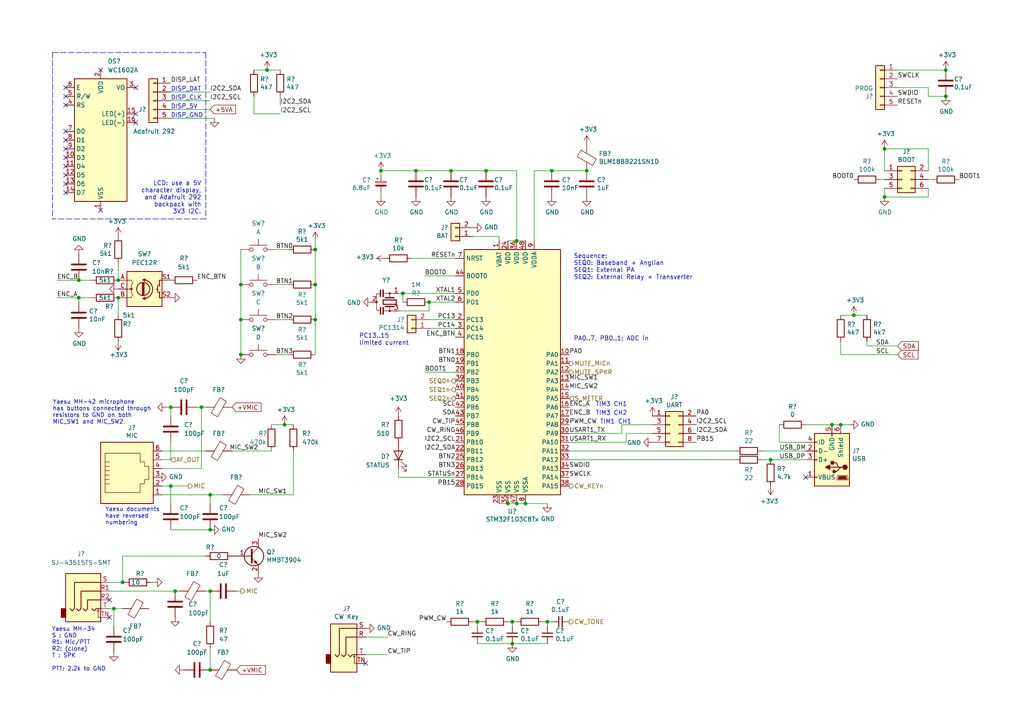
<source format=kicad_sch>
(kicad_sch (version 20211123) (generator eeschema)

  (uuid 5367a494-64b6-4f8c-adca-814c4b88525b)

  (paper "A4")

  (title_block
    (title "DART-70 TRX")
    (date "2023-01-19")
    (rev "0")
    (company "HB9EGM")
    (comment 1 "A 4m Band SSB/CW Transceiver")
  )

  

  (junction (at 34.29 81.28) (diameter 0) (color 0 0 0 0)
    (uuid 1276659c-ff14-4940-b214-e27c5bbbd628)
  )
  (junction (at 33.02 176.53) (diameter 0) (color 0 0 0 0)
    (uuid 13f32677-7358-4425-9e94-52afb3823ec5)
  )
  (junction (at 223.52 133.35) (diameter 0) (color 0 0 0 0)
    (uuid 2a891096-042c-4004-b161-8bd2c0b59fd7)
  )
  (junction (at 149.86 69.85) (diameter 0) (color 0 0 0 0)
    (uuid 3b398e0a-4c10-4dcc-aa1f-5dcd51a576d9)
  )
  (junction (at 69.85 92.71) (diameter 0) (color 0 0 0 0)
    (uuid 3e97b4b6-51fe-4831-8963-04e554d396f4)
  )
  (junction (at 243.84 123.19) (diameter 0) (color 0 0 0 0)
    (uuid 3f43b8cc-e232-4de4-a8bc-56a1a1c0a87a)
  )
  (junction (at 124.46 87.63) (diameter 0) (color 0 0 0 0)
    (uuid 418a0e9c-c95f-4d4a-a88f-ec13faf3303c)
  )
  (junction (at 130.81 49.53) (diameter 0) (color 0 0 0 0)
    (uuid 463e71c6-e035-4ed0-9a41-c3c9633f2c78)
  )
  (junction (at 35.56 168.91) (diameter 0) (color 0 0 0 0)
    (uuid 497b9774-3128-4270-af26-430f6d704065)
  )
  (junction (at 22.86 81.28) (diameter 0) (color 0 0 0 0)
    (uuid 50eddd67-6aa3-43d4-a67d-b80202184bf7)
  )
  (junction (at 110.49 49.53) (diameter 0) (color 0 0 0 0)
    (uuid 5696bb77-ed27-45b2-b992-397d5b11d0ae)
  )
  (junction (at 256.54 43.18) (diameter 0) (color 0 0 0 0)
    (uuid 5cfe5589-d53d-4797-82e8-c31b86c5fbb8)
  )
  (junction (at 69.85 82.55) (diameter 0) (color 0 0 0 0)
    (uuid 60f9aea0-5552-4cff-adfd-7e3333a6c431)
  )
  (junction (at 49.53 118.11) (diameter 0) (color 0 0 0 0)
    (uuid 6378f3a0-c10c-4ab8-a191-8014f1f995ab)
  )
  (junction (at 50.8 171.45) (diameter 0) (color 0 0 0 0)
    (uuid 6a4fb687-120e-40bf-9b35-7e9d2fc384cf)
  )
  (junction (at 60.96 143.51) (diameter 0) (color 0 0 0 0)
    (uuid 7006f49f-0e13-43be-b1bb-f26a3d387008)
  )
  (junction (at 149.86 146.05) (diameter 0) (color 0 0 0 0)
    (uuid 70b621b6-45b5-43cb-9683-d589118723d7)
  )
  (junction (at 147.32 146.05) (diameter 0) (color 0 0 0 0)
    (uuid 73e2a101-0bc0-414b-9aa7-7eeb8a3caef1)
  )
  (junction (at 120.65 49.53) (diameter 0) (color 0 0 0 0)
    (uuid 752fa345-d8be-4e99-aad1-e88671f99643)
  )
  (junction (at 160.02 49.53) (diameter 0) (color 0 0 0 0)
    (uuid 77b09fa1-fbbb-49ab-94c4-069660b694ff)
  )
  (junction (at 148.59 186.69) (diameter 0) (color 0 0 0 0)
    (uuid 782b86fa-ef9f-4c16-a991-b44a80f0f0c3)
  )
  (junction (at 138.43 180.34) (diameter 0) (color 0 0 0 0)
    (uuid 7efaeda2-e767-44b9-adb2-3a0c3f4d2f1d)
  )
  (junction (at 58.42 118.11) (diameter 0) (color 0 0 0 0)
    (uuid 807fdb88-f9c9-42d9-8e83-2c2f092f2280)
  )
  (junction (at 22.86 86.36) (diameter 0) (color 0 0 0 0)
    (uuid 85d4e31f-0a9c-44fe-988a-fd9d1c9f0d5f)
  )
  (junction (at 158.75 180.34) (diameter 0) (color 0 0 0 0)
    (uuid 8847e751-6992-4f80-92c5-c3bef4b5dbf6)
  )
  (junction (at 82.55 123.19) (diameter 0) (color 0 0 0 0)
    (uuid 88ec470b-1595-4040-bc2a-91476c84ca2e)
  )
  (junction (at 60.96 194.31) (diameter 0) (color 0 0 0 0)
    (uuid 8adc6e7b-379b-4805-954a-89eeb571e9d4)
  )
  (junction (at 116.84 85.09) (diameter 0) (color 0 0 0 0)
    (uuid 8c497335-9f19-4d8f-81b9-d3f6e5560190)
  )
  (junction (at 247.65 91.44) (diameter 0) (color 0 0 0 0)
    (uuid 9098a6bf-eae0-4636-90c3-6c2f5d9401fd)
  )
  (junction (at 241.3 123.19) (diameter 0) (color 0 0 0 0)
    (uuid 9801ccc8-5152-40bb-932d-67072f8cd8ad)
  )
  (junction (at 256.54 57.15) (diameter 0) (color 0 0 0 0)
    (uuid 9b396834-9f2e-4234-8e77-e2f453053d8c)
  )
  (junction (at 140.97 49.53) (diameter 0) (color 0 0 0 0)
    (uuid 9cb0289b-897f-4a33-9575-6ead0989832a)
  )
  (junction (at 91.44 82.55) (diameter 0) (color 0 0 0 0)
    (uuid a306cb94-6ff0-43dc-b3ff-609bd041f651)
  )
  (junction (at 60.96 171.45) (diameter 0) (color 0 0 0 0)
    (uuid ae10c814-dedf-4335-9619-5afa1682dcac)
  )
  (junction (at 148.59 180.34) (diameter 0) (color 0 0 0 0)
    (uuid b2ecb88a-4c09-46d5-b24a-de38dbb48f75)
  )
  (junction (at 91.44 92.71) (diameter 0) (color 0 0 0 0)
    (uuid b47512f5-ddb1-4f6a-a01f-993a149ffa47)
  )
  (junction (at 152.4 146.05) (diameter 0) (color 0 0 0 0)
    (uuid b7e9cf10-b74e-4e80-a7f1-e33a29fe56de)
  )
  (junction (at 60.96 153.67) (diameter 0) (color 0 0 0 0)
    (uuid bbc11dec-0b3b-4dca-bca3-5e2a9ff62131)
  )
  (junction (at 69.85 102.87) (diameter 0) (color 0 0 0 0)
    (uuid be9a62f2-23dd-41df-91a7-1f4ac377faf3)
  )
  (junction (at 34.29 86.36) (diameter 0) (color 0 0 0 0)
    (uuid c2d3f10b-b9a2-4cb9-979d-644e3566b349)
  )
  (junction (at 91.44 72.39) (diameter 0) (color 0 0 0 0)
    (uuid cc016ca4-b9a4-4d80-91ba-91d6e0df5bcc)
  )
  (junction (at 49.53 140.97) (diameter 0) (color 0 0 0 0)
    (uuid dadd1271-de02-4ddc-9037-691c1071fc0f)
  )
  (junction (at 274.32 20.32) (diameter 0) (color 0 0 0 0)
    (uuid e04409c2-b3ba-460e-bddc-62e0044901c2)
  )
  (junction (at 170.18 49.53) (diameter 0) (color 0 0 0 0)
    (uuid e1640c92-0a7b-4990-ae42-e9436c2a460d)
  )
  (junction (at 77.47 20.32) (diameter 0) (color 0 0 0 0)
    (uuid eab7c737-4450-406f-9f80-b2e18bb45dd6)
  )
  (junction (at 274.32 27.94) (diameter 0) (color 0 0 0 0)
    (uuid ed74c2b7-a3ac-4886-84f5-377b5e1bbbfc)
  )

  (no_connect (at 19.05 30.48) (uuid 27a098aa-a54a-4603-8a04-fe8def00e684))
  (no_connect (at 19.05 25.4) (uuid 32b8b153-c903-4741-ad0e-f8d9602e50e4))
  (no_connect (at 39.37 33.02) (uuid 342988be-16c5-4d72-82f4-e65b4c5f0a23))
  (no_connect (at 233.68 138.43) (uuid 487ede9d-e4e2-47c1-b417-084ff862638c))
  (no_connect (at 19.05 45.72) (uuid 4f2980f5-7c43-4875-a7d2-8b8b265a1e46))
  (no_connect (at 19.05 40.64) (uuid 5187d1a9-67b2-40c1-a07c-4e0e8a38791d))
  (no_connect (at 39.37 35.56) (uuid 54760758-af89-4a41-a60d-e1b689c5006e))
  (no_connect (at 29.21 20.32) (uuid 5e0f13bf-804a-411e-8f5a-2678db83e4a0))
  (no_connect (at 31.75 179.07) (uuid 5f209d3b-570b-41be-bac1-da0e75bd9c30))
  (no_connect (at 19.05 38.1) (uuid 657b9520-f4f5-4bbd-96e9-e7037197e3d3))
  (no_connect (at 19.05 53.34) (uuid 68b3df11-6847-4453-820a-85d602ac575b))
  (no_connect (at 19.05 43.18) (uuid 7470b900-3f1e-497f-b369-8aad981a3392))
  (no_connect (at 31.75 173.99) (uuid 88dece5e-42d2-4a10-900f-3cb59dfd1690))
  (no_connect (at 29.21 60.96) (uuid 94d11b9d-6eb0-4385-9ae1-ddcc32221de4))
  (no_connect (at 19.05 48.26) (uuid 98bce542-8d71-44ac-8b06-d20ab5e9152b))
  (no_connect (at 19.05 55.88) (uuid 9a013d10-199f-4d04-bd4c-941faf08d324))
  (no_connect (at 19.05 27.94) (uuid cbf32607-4f05-4315-90ea-7b1ad43a34e7))
  (no_connect (at 106.045 192.405) (uuid e03d7bc9-2bd0-42b5-96ba-4ca164fb4c50))
  (no_connect (at 39.37 25.4) (uuid e52ceaab-2ff4-49eb-abf8-ad8d6eddfba5))
  (no_connect (at 19.05 50.8) (uuid e57a82f1-c1a2-475f-b5ba-dfeed83c5d9b))

  (wire (pts (xy 165.1 133.35) (xy 213.36 133.35))
    (stroke (width 0) (type default) (color 0 0 0 0))
    (uuid 006bc43b-d3a8-4a38-a8dc-5a24da3f9b4d)
  )
  (wire (pts (xy 49.53 26.67) (xy 60.96 26.67))
    (stroke (width 0) (type default) (color 0 0 0 0))
    (uuid 0172fa94-4b7c-4d5e-bde6-27bb171b91e9)
  )
  (wire (pts (xy 34.29 91.44) (xy 34.29 86.36))
    (stroke (width 0) (type default) (color 0 0 0 0))
    (uuid 035870a0-33fd-4542-9093-58d01a043d61)
  )
  (wire (pts (xy 119.38 74.93) (xy 132.08 74.93))
    (stroke (width 0) (type default) (color 0 0 0 0))
    (uuid 0454b0ed-4e94-46b1-9058-7210ddee62e4)
  )
  (wire (pts (xy 247.65 91.44) (xy 251.46 91.44))
    (stroke (width 0) (type default) (color 0 0 0 0))
    (uuid 0673bd15-bb27-42a3-b8dd-ff34de638161)
  )
  (wire (pts (xy 46.99 143.51) (xy 60.96 143.51))
    (stroke (width 0) (type default) (color 0 0 0 0))
    (uuid 09dffe2f-119c-4acf-b279-934de0a0dda7)
  )
  (wire (pts (xy 22.86 87.63) (xy 22.86 86.36))
    (stroke (width 0) (type default) (color 0 0 0 0))
    (uuid 1021e01a-7480-4604-9b82-a8d70899e83d)
  )
  (wire (pts (xy 83.82 82.55) (xy 80.01 82.55))
    (stroke (width 0) (type default) (color 0 0 0 0))
    (uuid 10acd6cf-9aa0-464b-9051-98ec9eb1cee0)
  )
  (wire (pts (xy 165.1 130.81) (xy 213.36 130.81))
    (stroke (width 0) (type default) (color 0 0 0 0))
    (uuid 11b49d13-b047-4242-be65-9a9b1c80ec58)
  )
  (wire (pts (xy 31.75 171.45) (xy 50.8 171.45))
    (stroke (width 0) (type default) (color 0 0 0 0))
    (uuid 14f144cf-94b7-4e9b-be67-5ca1bbff69f2)
  )
  (wire (pts (xy 251.46 100.33) (xy 260.35 100.33))
    (stroke (width 0) (type default) (color 0 0 0 0))
    (uuid 15328724-62c0-4c64-8165-7ba7fa235831)
  )
  (wire (pts (xy 67.31 130.81) (xy 78.74 130.81))
    (stroke (width 0) (type default) (color 0 0 0 0))
    (uuid 16010e58-8aee-45c1-99df-d1cc2bd80779)
  )
  (wire (pts (xy 110.49 55.88) (xy 110.49 57.15))
    (stroke (width 0) (type default) (color 0 0 0 0))
    (uuid 1a795a6f-1bc6-41fb-82d7-5ae528094d84)
  )
  (wire (pts (xy 58.42 135.89) (xy 58.42 118.11))
    (stroke (width 0) (type default) (color 0 0 0 0))
    (uuid 1afdd221-608b-420b-8eb2-861de263adb5)
  )
  (wire (pts (xy 243.84 102.87) (xy 243.84 99.06))
    (stroke (width 0) (type default) (color 0 0 0 0))
    (uuid 1fcbe337-d147-4e02-846e-7f1ec4528bd0)
  )
  (wire (pts (xy 130.81 49.53) (xy 140.97 49.53))
    (stroke (width 0) (type default) (color 0 0 0 0))
    (uuid 2330a65f-a667-4564-b2ea-fd267508069a)
  )
  (wire (pts (xy 260.35 20.32) (xy 274.32 20.32))
    (stroke (width 0) (type default) (color 0 0 0 0))
    (uuid 23425199-2ac8-404e-b295-8bb0276f526e)
  )
  (wire (pts (xy 189.23 125.73) (xy 181.61 125.73))
    (stroke (width 0) (type default) (color 0 0 0 0))
    (uuid 238ce6dc-0557-409a-ab04-93448fccaac4)
  )
  (wire (pts (xy 160.02 49.53) (xy 154.94 49.53))
    (stroke (width 0) (type default) (color 0 0 0 0))
    (uuid 23d269d6-d694-442a-bf5d-98bf3544fc31)
  )
  (wire (pts (xy 85.09 123.19) (xy 82.55 123.19))
    (stroke (width 0) (type default) (color 0 0 0 0))
    (uuid 2415334a-b998-4d19-a8b5-e60e8af2aff4)
  )
  (wire (pts (xy 269.24 25.4) (xy 269.24 27.94))
    (stroke (width 0) (type default) (color 0 0 0 0))
    (uuid 2480dd87-1dff-4a50-81a2-52ef161ac45c)
  )
  (wire (pts (xy 138.43 180.34) (xy 138.43 181.61))
    (stroke (width 0) (type default) (color 0 0 0 0))
    (uuid 251435cb-df17-46ab-aac4-3d24ccac8db0)
  )
  (wire (pts (xy 223.52 133.35) (xy 233.68 133.35))
    (stroke (width 0) (type default) (color 0 0 0 0))
    (uuid 25ada721-670a-4020-ae0b-77410c4e375a)
  )
  (wire (pts (xy 83.82 72.39) (xy 80.01 72.39))
    (stroke (width 0) (type default) (color 0 0 0 0))
    (uuid 2965eaa9-5c83-4078-a673-05e36103f2d1)
  )
  (wire (pts (xy 33.02 176.53) (xy 35.56 176.53))
    (stroke (width 0) (type default) (color 0 0 0 0))
    (uuid 2d68cb5d-30df-4657-8750-10f8b1c43a3d)
  )
  (wire (pts (xy 58.42 118.11) (xy 59.69 118.11))
    (stroke (width 0) (type default) (color 0 0 0 0))
    (uuid 2f06a385-de72-4063-8346-234d2a5fb931)
  )
  (wire (pts (xy 77.47 20.32) (xy 81.28 20.32))
    (stroke (width 0) (type default) (color 0 0 0 0))
    (uuid 317a2bf1-677c-46ed-b6b4-eef240063844)
  )
  (wire (pts (xy 123.19 107.95) (xy 132.08 107.95))
    (stroke (width 0) (type default) (color 0 0 0 0))
    (uuid 31ae1ddb-55f8-4875-b94d-87a4d0c86414)
  )
  (wire (pts (xy 243.84 91.44) (xy 247.65 91.44))
    (stroke (width 0) (type default) (color 0 0 0 0))
    (uuid 34d6d782-5641-4526-b346-05de03ea8c0e)
  )
  (polyline (pts (xy 59.69 15.24) (xy 59.69 63.5))
    (stroke (width 0) (type default) (color 0 0 0 0))
    (uuid 36dbbb14-ed77-4633-af35-90660d2143f3)
  )

  (wire (pts (xy 120.65 49.53) (xy 130.81 49.53))
    (stroke (width 0) (type default) (color 0 0 0 0))
    (uuid 37e843e9-2538-4a91-9a9b-f536fa0a9e84)
  )
  (wire (pts (xy 110.49 49.53) (xy 120.65 49.53))
    (stroke (width 0) (type default) (color 0 0 0 0))
    (uuid 3a013e8f-5b12-499b-8d2d-0ad49966db1a)
  )
  (wire (pts (xy 158.75 181.61) (xy 158.75 180.34))
    (stroke (width 0) (type default) (color 0 0 0 0))
    (uuid 3d927ca0-f4ad-42ab-b902-dfef8d84eebb)
  )
  (wire (pts (xy 73.66 20.32) (xy 77.47 20.32))
    (stroke (width 0) (type default) (color 0 0 0 0))
    (uuid 3f4ca593-2b3f-4c1d-83fb-6afbc1dc83bd)
  )
  (wire (pts (xy 115.57 135.89) (xy 115.57 138.43))
    (stroke (width 0) (type default) (color 0 0 0 0))
    (uuid 3f4f4435-0d48-417e-8f86-def0fd108af7)
  )
  (wire (pts (xy 148.59 186.69) (xy 158.75 186.69))
    (stroke (width 0) (type default) (color 0 0 0 0))
    (uuid 3fc3a397-ec3a-4314-aa6a-44925ef4cbbe)
  )
  (polyline (pts (xy 15.24 15.24) (xy 59.69 15.24))
    (stroke (width 0) (type default) (color 0 0 0 0))
    (uuid 437ebe18-8f4c-4d60-9ade-e76424d17726)
  )

  (wire (pts (xy 158.75 180.34) (xy 160.02 180.34))
    (stroke (width 0) (type default) (color 0 0 0 0))
    (uuid 4736f749-4a0e-4a05-b1aa-d51f1c3fc23d)
  )
  (wire (pts (xy 160.02 49.53) (xy 170.18 49.53))
    (stroke (width 0) (type default) (color 0 0 0 0))
    (uuid 4829bee0-faa8-43f7-b2d7-8a6e5d1b3050)
  )
  (wire (pts (xy 34.29 76.2) (xy 34.29 81.28))
    (stroke (width 0) (type default) (color 0 0 0 0))
    (uuid 487cb37f-32e1-4fcc-b649-1ddd891984c5)
  )
  (wire (pts (xy 124.46 92.71) (xy 132.08 92.71))
    (stroke (width 0) (type default) (color 0 0 0 0))
    (uuid 4cd135a5-fdd1-4851-864a-dadf7c96d9ff)
  )
  (wire (pts (xy 69.85 72.39) (xy 69.85 82.55))
    (stroke (width 0) (type default) (color 0 0 0 0))
    (uuid 4d43e674-c1c0-4e11-b129-01108db367aa)
  )
  (wire (pts (xy 260.35 25.4) (xy 269.24 25.4))
    (stroke (width 0) (type default) (color 0 0 0 0))
    (uuid 4f69bb40-cbf2-45c5-8c23-3e0667e1f6c1)
  )
  (wire (pts (xy 165.1 128.27) (xy 181.61 128.27))
    (stroke (width 0) (type default) (color 0 0 0 0))
    (uuid 500298f6-b9ed-4e53-bde6-024545f1a90a)
  )
  (wire (pts (xy 45.72 138.43) (xy 46.99 138.43))
    (stroke (width 0) (type default) (color 0 0 0 0))
    (uuid 564c737a-c22b-400c-8665-990100e2bad2)
  )
  (wire (pts (xy 91.44 72.39) (xy 91.44 69.85))
    (stroke (width 0) (type default) (color 0 0 0 0))
    (uuid 58a22765-7f2e-4f66-9ea8-f56fcca75dda)
  )
  (wire (pts (xy 83.82 92.71) (xy 80.01 92.71))
    (stroke (width 0) (type default) (color 0 0 0 0))
    (uuid 595e8034-8a59-4a5c-b366-f8604d8aa4da)
  )
  (wire (pts (xy 52.07 171.45) (xy 50.8 171.45))
    (stroke (width 0) (type default) (color 0 0 0 0))
    (uuid 5c661c17-3ab4-49c7-8add-a626d1753c0b)
  )
  (wire (pts (xy 110.49 49.53) (xy 110.49 50.8))
    (stroke (width 0) (type default) (color 0 0 0 0))
    (uuid 5e8f43a4-e869-473e-b093-0ec79ea19580)
  )
  (wire (pts (xy 226.06 128.27) (xy 233.68 128.27))
    (stroke (width 0) (type default) (color 0 0 0 0))
    (uuid 5f48357f-c353-4808-811f-74ed7ffaa7c6)
  )
  (wire (pts (xy 269.24 27.94) (xy 274.32 27.94))
    (stroke (width 0) (type default) (color 0 0 0 0))
    (uuid 61b6f2c4-b226-47d6-bbd8-9d67fcaf35c3)
  )
  (wire (pts (xy 256.54 57.15) (xy 269.24 57.15))
    (stroke (width 0) (type default) (color 0 0 0 0))
    (uuid 61e795c9-5bb5-48b3-b7a0-cb64f04c7adc)
  )
  (wire (pts (xy 83.82 102.87) (xy 80.01 102.87))
    (stroke (width 0) (type default) (color 0 0 0 0))
    (uuid 66d98295-60ac-4b7d-a181-3284b2b387bc)
  )
  (wire (pts (xy 49.53 140.97) (xy 49.53 146.05))
    (stroke (width 0) (type default) (color 0 0 0 0))
    (uuid 66e3bb6e-3039-4f64-a55c-f43a1345d149)
  )
  (wire (pts (xy 124.46 90.17) (xy 124.46 87.63))
    (stroke (width 0) (type default) (color 0 0 0 0))
    (uuid 677a1070-c11b-49a9-8186-12e0a3e880b1)
  )
  (wire (pts (xy 73.66 33.02) (xy 73.66 27.94))
    (stroke (width 0) (type default) (color 0 0 0 0))
    (uuid 679e5b0e-a017-43d8-8845-79a886253d82)
  )
  (polyline (pts (xy 15.24 15.24) (xy 15.24 63.5))
    (stroke (width 0) (type default) (color 0 0 0 0))
    (uuid 6c1a4ff4-84d5-4723-9271-598658bada11)
  )

  (wire (pts (xy 49.53 128.27) (xy 49.53 133.35))
    (stroke (width 0) (type default) (color 0 0 0 0))
    (uuid 6ed67694-fff8-461d-af41-a54796b26eb7)
  )
  (wire (pts (xy 165.1 125.73) (xy 180.34 125.73))
    (stroke (width 0) (type default) (color 0 0 0 0))
    (uuid 6f75ea3e-6135-44f5-9313-1aad839ab6f6)
  )
  (wire (pts (xy 137.16 180.34) (xy 138.43 180.34))
    (stroke (width 0) (type default) (color 0 0 0 0))
    (uuid 742f6656-c86d-41c0-937e-ef6ded3bd482)
  )
  (wire (pts (xy 243.84 102.87) (xy 260.35 102.87))
    (stroke (width 0) (type default) (color 0 0 0 0))
    (uuid 75080b0b-6140-45af-8605-622af6de8bea)
  )
  (wire (pts (xy 46.99 140.97) (xy 49.53 140.97))
    (stroke (width 0) (type default) (color 0 0 0 0))
    (uuid 76acc36c-a2a1-41e6-a41b-3d2782098bb1)
  )
  (wire (pts (xy 223.52 133.35) (xy 220.98 133.35))
    (stroke (width 0) (type default) (color 0 0 0 0))
    (uuid 771145ed-2e00-4172-ac95-37a36c6a35ce)
  )
  (wire (pts (xy 140.97 49.53) (xy 149.86 49.53))
    (stroke (width 0) (type default) (color 0 0 0 0))
    (uuid 7c1fd6fc-5c53-4ccb-a456-46fe6fc0bc71)
  )
  (wire (pts (xy 157.48 180.34) (xy 158.75 180.34))
    (stroke (width 0) (type default) (color 0 0 0 0))
    (uuid 7d512d14-3ca4-4934-b506-eb07d268c7dc)
  )
  (wire (pts (xy 59.69 171.45) (xy 60.96 171.45))
    (stroke (width 0) (type default) (color 0 0 0 0))
    (uuid 7e818ab5-daa1-4f81-8e5b-7a6aa233292b)
  )
  (wire (pts (xy 147.32 146.05) (xy 144.78 146.05))
    (stroke (width 0) (type default) (color 0 0 0 0))
    (uuid 7f2c9904-545b-4337-acd6-8707e0924818)
  )
  (wire (pts (xy 243.84 123.19) (xy 241.3 123.19))
    (stroke (width 0) (type default) (color 0 0 0 0))
    (uuid 7fa098fb-b644-4e64-920e-8328b5d12f21)
  )
  (wire (pts (xy 60.96 187.96) (xy 60.96 194.31))
    (stroke (width 0) (type default) (color 0 0 0 0))
    (uuid 80f7bbd0-bec0-4cb1-9503-e3687c98ec1e)
  )
  (wire (pts (xy 144.78 68.58) (xy 137.16 68.58))
    (stroke (width 0) (type default) (color 0 0 0 0))
    (uuid 822cf157-ecb8-46d7-8cc6-5f0248fd6b37)
  )
  (wire (pts (xy 91.44 82.55) (xy 91.44 72.39))
    (stroke (width 0) (type default) (color 0 0 0 0))
    (uuid 83b77b4d-dcc2-4e93-a5f3-1d1480646393)
  )
  (wire (pts (xy 255.27 52.07) (xy 256.54 52.07))
    (stroke (width 0) (type default) (color 0 0 0 0))
    (uuid 875404be-e359-458a-af29-1bd3403dd55f)
  )
  (wire (pts (xy 49.53 31.75) (xy 60.96 31.75))
    (stroke (width 0) (type default) (color 0 0 0 0))
    (uuid 8cf3b989-d323-4aa3-888a-229ee0855e8a)
  )
  (wire (pts (xy 69.85 92.71) (xy 69.85 102.87))
    (stroke (width 0) (type default) (color 0 0 0 0))
    (uuid 8d760ab7-cb5d-426a-b4aa-fb7e0964cb41)
  )
  (wire (pts (xy 81.28 33.02) (xy 73.66 33.02))
    (stroke (width 0) (type default) (color 0 0 0 0))
    (uuid 8f577817-ea32-42aa-bedc-809b6d0ffec6)
  )
  (wire (pts (xy 148.59 180.34) (xy 149.86 180.34))
    (stroke (width 0) (type default) (color 0 0 0 0))
    (uuid 9004cee7-358e-4c08-9d64-a05f28a4e7b6)
  )
  (wire (pts (xy 22.86 81.28) (xy 26.67 81.28))
    (stroke (width 0) (type default) (color 0 0 0 0))
    (uuid 901dc96c-698d-427d-880a-ee46536a481f)
  )
  (wire (pts (xy 124.46 87.63) (xy 132.08 87.63))
    (stroke (width 0) (type default) (color 0 0 0 0))
    (uuid 92cf4db4-2dba-4763-9cd8-3c7f8aff8f24)
  )
  (wire (pts (xy 124.46 90.17) (xy 115.57 90.17))
    (stroke (width 0) (type default) (color 0 0 0 0))
    (uuid 93b580d1-c2df-48c4-9d06-465ca9d3eebc)
  )
  (wire (pts (xy 35.56 161.29) (xy 59.69 161.29))
    (stroke (width 0) (type default) (color 0 0 0 0))
    (uuid 9540b4d6-8885-4843-a659-943f7e3bc69a)
  )
  (wire (pts (xy 115.57 138.43) (xy 132.08 138.43))
    (stroke (width 0) (type default) (color 0 0 0 0))
    (uuid 9c00f763-4387-4dca-9d2a-687600fcbd31)
  )
  (wire (pts (xy 72.39 143.51) (xy 85.09 143.51))
    (stroke (width 0) (type default) (color 0 0 0 0))
    (uuid 9c221d52-946b-4b75-8659-2771c7e549f2)
  )
  (wire (pts (xy 85.09 143.51) (xy 85.09 130.81))
    (stroke (width 0) (type default) (color 0 0 0 0))
    (uuid 9cdc04e7-a7c1-410b-8dd7-1b5a287afb98)
  )
  (wire (pts (xy 220.98 130.81) (xy 233.68 130.81))
    (stroke (width 0) (type default) (color 0 0 0 0))
    (uuid 9f7324c5-50a2-442c-8a80-edf04aa2b2ac)
  )
  (wire (pts (xy 144.78 69.85) (xy 144.78 68.58))
    (stroke (width 0) (type default) (color 0 0 0 0))
    (uuid 9f7b3295-d16c-467f-88f6-2ab8ee650e3a)
  )
  (wire (pts (xy 35.56 168.91) (xy 36.195 168.91))
    (stroke (width 0) (type default) (color 0 0 0 0))
    (uuid a2873055-b8ab-487a-9485-446d15b62f90)
  )
  (wire (pts (xy 149.86 69.85) (xy 147.32 69.85))
    (stroke (width 0) (type default) (color 0 0 0 0))
    (uuid a32fe8ab-5810-40f6-8eab-48332c0ee5a0)
  )
  (wire (pts (xy 256.54 49.53) (xy 256.54 43.18))
    (stroke (width 0) (type default) (color 0 0 0 0))
    (uuid a560f403-c7e0-4d97-9b6c-c5351bebb237)
  )
  (wire (pts (xy 82.55 123.19) (xy 78.74 123.19))
    (stroke (width 0) (type default) (color 0 0 0 0))
    (uuid a5e5a32b-d259-4833-9676-56ada82e83c2)
  )
  (wire (pts (xy 269.24 49.53) (xy 269.24 43.18))
    (stroke (width 0) (type default) (color 0 0 0 0))
    (uuid a6e0def8-4f4c-4324-b688-07d61c9eec31)
  )
  (wire (pts (xy 124.46 95.25) (xy 132.08 95.25))
    (stroke (width 0) (type default) (color 0 0 0 0))
    (uuid ab5db7e5-9de7-449f-b70b-9d0dd610b10b)
  )
  (wire (pts (xy 116.84 87.63) (xy 116.84 85.09))
    (stroke (width 0) (type default) (color 0 0 0 0))
    (uuid ac5a5c45-797a-4bbe-bfd5-5ce5a8aa3463)
  )
  (wire (pts (xy 106.045 189.865) (xy 112.395 189.865))
    (stroke (width 0) (type default) (color 0 0 0 0))
    (uuid ae9a2cfc-2e02-4731-9394-e388bba596f8)
  )
  (wire (pts (xy 43.815 168.91) (xy 44.45 168.91))
    (stroke (width 0) (type default) (color 0 0 0 0))
    (uuid aea16cf2-4f65-409f-b3b9-3c332f390e93)
  )
  (wire (pts (xy 33.02 181.61) (xy 33.02 176.53))
    (stroke (width 0) (type default) (color 0 0 0 0))
    (uuid afe17981-95bb-4580-8c01-d624572574ed)
  )
  (wire (pts (xy 152.4 146.05) (xy 149.86 146.05))
    (stroke (width 0) (type default) (color 0 0 0 0))
    (uuid b05af61d-3c1d-44cf-aea2-61fd169c9d1a)
  )
  (wire (pts (xy 49.53 118.11) (xy 48.26 118.11))
    (stroke (width 0) (type default) (color 0 0 0 0))
    (uuid b2493615-6469-4f85-ae30-0eeac98199a6)
  )
  (wire (pts (xy 149.86 49.53) (xy 149.86 69.85))
    (stroke (width 0) (type default) (color 0 0 0 0))
    (uuid b3eebb03-af8c-48e8-a7d9-5ec3741206fa)
  )
  (wire (pts (xy 58.42 118.11) (xy 57.15 118.11))
    (stroke (width 0) (type default) (color 0 0 0 0))
    (uuid b4d405a4-25a6-44ef-96e1-b56b6b5ce995)
  )
  (wire (pts (xy 49.53 153.67) (xy 60.96 153.67))
    (stroke (width 0) (type default) (color 0 0 0 0))
    (uuid b506d6e3-f5de-46c8-8eaa-ee5b62c6abd9)
  )
  (wire (pts (xy 106.045 184.785) (xy 112.395 184.785))
    (stroke (width 0) (type default) (color 0 0 0 0))
    (uuid b555eee7-8149-4892-8ba4-057aabcbbee2)
  )
  (wire (pts (xy 181.61 125.73) (xy 181.61 128.27))
    (stroke (width 0) (type default) (color 0 0 0 0))
    (uuid b9fce689-53c2-4275-98d8-2c8da9bd740a)
  )
  (wire (pts (xy 116.84 85.09) (xy 115.57 85.09))
    (stroke (width 0) (type default) (color 0 0 0 0))
    (uuid ba80136a-34d0-4a97-a9c9-c43ab3f7be6e)
  )
  (wire (pts (xy 152.4 69.85) (xy 149.86 69.85))
    (stroke (width 0) (type default) (color 0 0 0 0))
    (uuid bade9875-e59b-4d52-b529-c48d7c265fc4)
  )
  (wire (pts (xy 49.53 29.21) (xy 60.96 29.21))
    (stroke (width 0) (type default) (color 0 0 0 0))
    (uuid bc913ca4-9065-43d2-9d7f-c7073d14811d)
  )
  (wire (pts (xy 49.53 140.97) (xy 54.61 140.97))
    (stroke (width 0) (type default) (color 0 0 0 0))
    (uuid bf1ffc03-ba94-43f6-8d0a-0dfaedf70cc2)
  )
  (wire (pts (xy 49.53 133.35) (xy 46.99 133.35))
    (stroke (width 0) (type default) (color 0 0 0 0))
    (uuid c0185e34-c51b-4c62-a463-ad6cb00d29af)
  )
  (wire (pts (xy 33.02 176.53) (xy 31.75 176.53))
    (stroke (width 0) (type default) (color 0 0 0 0))
    (uuid c10ea781-e4dc-44b9-a7e1-86f7cdfec5ac)
  )
  (wire (pts (xy 31.75 168.91) (xy 35.56 168.91))
    (stroke (width 0) (type default) (color 0 0 0 0))
    (uuid c62fcb1d-df7b-4385-a018-f5ef16263000)
  )
  (wire (pts (xy 22.86 81.28) (xy 16.51 81.28))
    (stroke (width 0) (type default) (color 0 0 0 0))
    (uuid c71a0f1c-e0a1-4cfb-a1c2-249d4b359638)
  )
  (wire (pts (xy 60.96 143.51) (xy 64.77 143.51))
    (stroke (width 0) (type default) (color 0 0 0 0))
    (uuid c898c0c5-e142-46d8-96c8-7be1e3bc68ad)
  )
  (wire (pts (xy 180.34 123.19) (xy 189.23 123.19))
    (stroke (width 0) (type default) (color 0 0 0 0))
    (uuid ca0eab8e-e3fd-464d-bb03-d1603b8a651b)
  )
  (wire (pts (xy 269.24 57.15) (xy 269.24 54.61))
    (stroke (width 0) (type default) (color 0 0 0 0))
    (uuid ca12753c-a5f4-49a4-bb14-a01420a86edb)
  )
  (wire (pts (xy 81.28 30.48) (xy 81.28 27.94))
    (stroke (width 0) (type default) (color 0 0 0 0))
    (uuid cf02db11-2ff8-4f79-b3e9-9802575ab786)
  )
  (wire (pts (xy 60.96 143.51) (xy 60.96 146.05))
    (stroke (width 0) (type default) (color 0 0 0 0))
    (uuid d063f6b1-c663-433a-bf5e-7441a08f16ea)
  )
  (wire (pts (xy 154.94 49.53) (xy 154.94 69.85))
    (stroke (width 0) (type default) (color 0 0 0 0))
    (uuid d1ea7795-8403-4edb-b959-1b29f77ed16f)
  )
  (wire (pts (xy 46.99 135.89) (xy 58.42 135.89))
    (stroke (width 0) (type default) (color 0 0 0 0))
    (uuid d26a8420-78a3-4a9e-b4f4-5a9910f59c4d)
  )
  (wire (pts (xy 68.58 171.45) (xy 69.85 171.45))
    (stroke (width 0) (type default) (color 0 0 0 0))
    (uuid d312eda9-74a3-4e19-8d05-4177ec0e1f00)
  )
  (wire (pts (xy 26.67 86.36) (xy 22.86 86.36))
    (stroke (width 0) (type default) (color 0 0 0 0))
    (uuid d4d81f67-fac4-4771-8b7d-f2089683330d)
  )
  (wire (pts (xy 49.53 118.11) (xy 49.53 120.65))
    (stroke (width 0) (type default) (color 0 0 0 0))
    (uuid d84cf9cf-df80-49cb-bd44-af405b2b4fee)
  )
  (wire (pts (xy 269.24 43.18) (xy 256.54 43.18))
    (stroke (width 0) (type default) (color 0 0 0 0))
    (uuid d8e238b6-5437-4b14-9ba7-0337f0b828ab)
  )
  (wire (pts (xy 148.59 181.61) (xy 148.59 180.34))
    (stroke (width 0) (type default) (color 0 0 0 0))
    (uuid d8ebdeb0-2bbd-4a1b-a259-f95c97f44cbe)
  )
  (wire (pts (xy 147.32 180.34) (xy 148.59 180.34))
    (stroke (width 0) (type default) (color 0 0 0 0))
    (uuid dacfc6b2-f197-4446-86ee-d141533404be)
  )
  (wire (pts (xy 246.38 123.19) (xy 243.84 123.19))
    (stroke (width 0) (type default) (color 0 0 0 0))
    (uuid dba4ad5b-8704-4fc8-9247-b9c4709cf1cf)
  )
  (wire (pts (xy 49.53 34.29) (xy 62.23 34.29))
    (stroke (width 0) (type default) (color 0 0 0 0))
    (uuid dc2567a8-f67d-423b-a6b0-f3bf10022eef)
  )
  (wire (pts (xy 16.51 86.36) (xy 22.86 86.36))
    (stroke (width 0) (type default) (color 0 0 0 0))
    (uuid dc3924cb-3c6c-488f-b9d5-465b4a917136)
  )
  (wire (pts (xy 132.08 85.09) (xy 116.84 85.09))
    (stroke (width 0) (type default) (color 0 0 0 0))
    (uuid dcbc5a2e-2561-4663-8736-09acc9fe0209)
  )
  (wire (pts (xy 138.43 186.69) (xy 148.59 186.69))
    (stroke (width 0) (type default) (color 0 0 0 0))
    (uuid ddcf9a83-0126-4df6-88fa-3363d508d3a6)
  )
  (wire (pts (xy 158.75 146.05) (xy 152.4 146.05))
    (stroke (width 0) (type default) (color 0 0 0 0))
    (uuid e382fedc-c868-44fd-9740-47cc05b15c1c)
  )
  (wire (pts (xy 226.06 123.19) (xy 226.06 128.27))
    (stroke (width 0) (type default) (color 0 0 0 0))
    (uuid e584287a-6232-40cf-a082-8dea5986b945)
  )
  (wire (pts (xy 138.43 180.34) (xy 139.7 180.34))
    (stroke (width 0) (type default) (color 0 0 0 0))
    (uuid e68fac9b-3de3-4acb-9bb0-3dee3685df22)
  )
  (wire (pts (xy 180.34 125.73) (xy 180.34 123.19))
    (stroke (width 0) (type default) (color 0 0 0 0))
    (uuid e7130644-c4ae-4f9d-997d-5b4fa9d09578)
  )
  (polyline (pts (xy 59.69 63.5) (xy 15.24 63.5))
    (stroke (width 0) (type default) (color 0 0 0 0))
    (uuid e8e850c4-7708-4bbf-84e9-a768c6d278e3)
  )

  (wire (pts (xy 46.99 130.81) (xy 59.69 130.81))
    (stroke (width 0) (type default) (color 0 0 0 0))
    (uuid e91ad237-6778-4565-a41c-5451c22b839e)
  )
  (wire (pts (xy 60.96 171.45) (xy 60.96 180.34))
    (stroke (width 0) (type default) (color 0 0 0 0))
    (uuid e98e7eb7-9737-4f2e-99d0-92ee149d1392)
  )
  (wire (pts (xy 91.44 102.87) (xy 91.44 92.71))
    (stroke (width 0) (type default) (color 0 0 0 0))
    (uuid eb5c3818-51cd-4092-a6a2-1d306912382e)
  )
  (wire (pts (xy 35.56 161.29) (xy 35.56 168.91))
    (stroke (width 0) (type default) (color 0 0 0 0))
    (uuid ec3165fe-59c9-43eb-8ddf-d44b9735718a)
  )
  (wire (pts (xy 256.54 57.15) (xy 256.54 54.61))
    (stroke (width 0) (type default) (color 0 0 0 0))
    (uuid eca73914-6f4b-487c-b8f6-6bedca0fa3fb)
  )
  (wire (pts (xy 123.19 80.01) (xy 132.08 80.01))
    (stroke (width 0) (type default) (color 0 0 0 0))
    (uuid ed265626-f6f5-4029-beb9-f6ad275e86b5)
  )
  (wire (pts (xy 91.44 92.71) (xy 91.44 82.55))
    (stroke (width 0) (type default) (color 0 0 0 0))
    (uuid ee955228-8cba-41df-9590-142549e57cef)
  )
  (wire (pts (xy 251.46 100.33) (xy 251.46 99.06))
    (stroke (width 0) (type default) (color 0 0 0 0))
    (uuid f1353e9e-7eae-44e9-872c-ec11c41e5657)
  )
  (wire (pts (xy 149.86 146.05) (xy 147.32 146.05))
    (stroke (width 0) (type default) (color 0 0 0 0))
    (uuid f46f4b86-daf6-4869-98cb-928039f00f5f)
  )
  (wire (pts (xy 270.51 52.07) (xy 269.24 52.07))
    (stroke (width 0) (type default) (color 0 0 0 0))
    (uuid f683b564-906b-42f6-a233-cd22c58657dd)
  )
  (wire (pts (xy 241.3 123.19) (xy 233.68 123.19))
    (stroke (width 0) (type default) (color 0 0 0 0))
    (uuid f6c96c0d-4cf7-4e5a-ad96-cb52e5fda138)
  )
  (wire (pts (xy 69.85 82.55) (xy 69.85 92.71))
    (stroke (width 0) (type default) (color 0 0 0 0))
    (uuid f928df12-b33b-4d6e-8a51-572bf83802ca)
  )

  (text "Yaesu documents\nhave reversed\nnumbering" (at 30.48 152.4 0)
    (effects (font (size 1.1938 1.1938)) (justify left bottom))
    (uuid 00d22a94-4415-4f7c-bba5-9ac8913c5f96)
  )
  (text "TODO\nAdd cable between main board and control\nDecide VMIC (8V on MH-42)\n\nDone\nReplace connector by footprints for buttons, encoder and display\nCheck how I finally did CW on Picardy 2020"
    (at 1.27 -15.24 0)
    (effects (font (size 3 3)) (justify left bottom))
    (uuid 1154c567-1e30-4104-a3b9-6b57e1efe0f8)
  )
  (text "DISP_5V" (at 49.53 31.75 0)
    (effects (font (size 1.27 1.27)) (justify left bottom))
    (uuid 1ae70af6-ac4a-4a28-aff8-9077e17e3e61)
  )
  (text "DISP_GND" (at 49.53 34.29 0)
    (effects (font (size 1.27 1.27)) (justify left bottom))
    (uuid 2a4a455a-d851-42f3-92ae-dce395b66e62)
  )
  (text "TIM1 CH1" (at 173.99 123.19 0)
    (effects (font (size 1.27 1.27)) (justify left bottom))
    (uuid 49389a66-8741-452b-8284-834f65c51e1b)
  )
  (text "Yaesu MH-42 microphone\nhas buttons connected through\nresistors to GND on both\nMIC_SW1 and MIC_SW2"
    (at 15.24 123.19 0)
    (effects (font (size 1.1938 1.1938)) (justify left bottom))
    (uuid 74796a55-82bc-4f74-9e9c-c7cb232069e3)
  )
  (text "Comment from picardy:\n\nLow pass filter for CW sidetone,\nfinally unused. STATUS LED replaced\nby piezo buzzer instead."
    (at -53.34 -16.51 0)
    (effects (font (size 1.27 1.27)) (justify left bottom))
    (uuid 76d9276c-0bff-44cf-81b5-cc0de1c97f12)
  )
  (text "TIM3 CH1" (at 172.72 118.11 0)
    (effects (font (size 1.27 1.27)) (justify left bottom))
    (uuid 7ea15999-0781-4c2e-a266-2adaf5a39946)
  )
  (text "LCD: use a 5V\ncharacter display,\nand Adafruit 292\nbackpack with\n3V3 I2C.\n"
    (at 58.42 62.23 180)
    (effects (font (size 1.27 1.27)) (justify right bottom))
    (uuid 957effad-d1d8-4a6b-8428-056683589978)
  )
  (text "Yaesu MH-34\nS : GND\nR1: Mic/PTT\nR2: (clone)\nT : SPK\n\nPTT: 2.2k to GND"
    (at 14.986 194.818 0)
    (effects (font (size 1.1938 1.1938)) (justify left bottom))
    (uuid a3fa1e23-753d-47fd-a22c-6b4495b4078c)
  )
  (text "TIM3 CH2" (at 172.72 120.65 0)
    (effects (font (size 1.27 1.27)) (justify left bottom))
    (uuid a632aa3e-0113-4f5d-90b5-27bac9ed8392)
  )
  (text "PC13..15\nlimited current" (at 104.14 100.33 0)
    (effects (font (size 1.27 1.27)) (justify left bottom))
    (uuid d5605fa7-538d-473c-8da8-4e6409672b1d)
  )
  (text "DISP_DAT" (at 49.53 26.67 0)
    (effects (font (size 1.27 1.27)) (justify left bottom))
    (uuid e1ee8c3a-d18b-43d4-92e4-74a5b6e689c1)
  )
  (text "Sequence:\nSEQ0: Baseband + Anglian\nSEQ1: External PA\nSEQ2: External Relay + Transverter"
    (at 166.37 81.28 0)
    (effects (font (size 1.27 1.27)) (justify left bottom))
    (uuid fae1c1af-89ba-4c18-88bc-46f514e9bd6f)
  )
  (text "PA0..7, PB0..1: ADC in" (at 166.37 99.06 0)
    (effects (font (size 1.27 1.27)) (justify left bottom))
    (uuid fb6ae0ae-5f09-42f3-a277-43e9524a252b)
  )
  (text "DISP_CLK" (at 49.53 29.21 0)
    (effects (font (size 1.27 1.27)) (justify left bottom))
    (uuid fd29d2ff-b67b-4b37-95fa-5b64b72e1a7d)
  )

  (label "USB_DP" (at 226.06 133.35 0)
    (effects (font (size 1.27 1.27)) (justify left bottom))
    (uuid 0157ed9d-375b-4b39-a7c1-9cb08dcf67bf)
  )
  (label "USART1_RX" (at 165.1 128.27 0)
    (effects (font (size 1.27 1.27)) (justify left bottom))
    (uuid 0470f6f8-3373-4410-9688-3749de7c241a)
  )
  (label "MIC_SW2" (at 74.93 156.21 0)
    (effects (font (size 1.27 1.27)) (justify left bottom))
    (uuid 0628db56-eb4e-4b95-a513-4549fb02bb96)
  )
  (label "SDA" (at 132.08 120.65 180)
    (effects (font (size 1.27 1.27)) (justify right bottom))
    (uuid 0886377c-acad-41ba-a045-1d436eadaaab)
  )
  (label "MIC_SW2" (at 74.93 130.81 180)
    (effects (font (size 1.27 1.27)) (justify right bottom))
    (uuid 0e39e32b-7468-4f6e-a6f0-b54d61a16933)
  )
  (label "BTN1" (at 132.08 102.87 180)
    (effects (font (size 1.27 1.27)) (justify right bottom))
    (uuid 0ece2b87-02c1-4250-9204-efdee0b5a9d0)
  )
  (label "MIC_SW1" (at 74.93 143.51 0)
    (effects (font (size 1.27 1.27)) (justify left bottom))
    (uuid 1b73c962-e471-4ec3-ab97-9114c97a5609)
  )
  (label "PB15" (at 201.93 128.27 0)
    (effects (font (size 1.27 1.27)) (justify left bottom))
    (uuid 1c36527b-20ab-4863-8486-3913ee2e57f4)
  )
  (label "I2C2_SDA" (at 81.28 30.48 0)
    (effects (font (size 1.27 1.27)) (justify left bottom))
    (uuid 23d0e929-f5a1-4c62-b387-0887d9659f38)
  )
  (label "MIC_SW1" (at 165.1 110.49 0)
    (effects (font (size 1.27 1.27)) (justify left bottom))
    (uuid 34f20938-82be-4faa-a3bd-ea4ff60955a6)
  )
  (label "BOOT1" (at 278.13 52.07 0)
    (effects (font (size 1.27 1.27)) (justify left bottom))
    (uuid 3a41f6b2-d64e-4fc9-9c78-62461e28f42c)
  )
  (label "BTN2" (at 132.08 133.35 180)
    (effects (font (size 1.27 1.27)) (justify right bottom))
    (uuid 3fcf515a-b2e5-4769-a263-706606d34687)
  )
  (label "I2C2_SDA" (at 201.93 125.73 0)
    (effects (font (size 1.27 1.27)) (justify left bottom))
    (uuid 474da0bb-a80f-4ce4-b14e-5f26d8f31e91)
  )
  (label "USB_DM" (at 226.06 130.81 0)
    (effects (font (size 1.27 1.27)) (justify left bottom))
    (uuid 496eb987-d081-4e1e-a63a-28ee1d48f2f8)
  )
  (label "PB15" (at 132.08 140.97 180)
    (effects (font (size 1.27 1.27)) (justify right bottom))
    (uuid 4c756fc2-8fde-4459-8921-e1db5a89f1ba)
  )
  (label "SWDIO" (at 165.1 135.89 0)
    (effects (font (size 1.27 1.27)) (justify left bottom))
    (uuid 502090da-c5a3-4316-9f8a-2de92274b2b8)
  )
  (label "CW_RING" (at 112.395 184.785 0)
    (effects (font (size 1.27 1.27)) (justify left bottom))
    (uuid 5126ac84-dc56-4e60-b120-fd81ef65886b)
  )
  (label "ENC_BTN" (at 132.08 97.79 180)
    (effects (font (size 1.27 1.27)) (justify right bottom))
    (uuid 588d3cbf-6c0a-4102-8f72-574f6ea20133)
  )
  (label "I2C2_SCL" (at 201.93 123.19 0)
    (effects (font (size 1.27 1.27)) (justify left bottom))
    (uuid 5900b9d3-f54e-4689-953a-e125f5f9fa71)
  )
  (label "SCL" (at 132.08 118.11 180)
    (effects (font (size 1.27 1.27)) (justify right bottom))
    (uuid 5bd9bd00-e17c-4137-8daf-974f4e7eb479)
  )
  (label "XTAL2" (at 132.08 87.63 180)
    (effects (font (size 1.27 1.27)) (justify right bottom))
    (uuid 5c5b3284-d7e2-4069-8087-eaf4a8346272)
  )
  (label "ENC_B" (at 16.51 81.28 0)
    (effects (font (size 1.27 1.27)) (justify left bottom))
    (uuid 5e4e2554-e691-40cb-837f-552b7d5bc858)
  )
  (label "CW_RING" (at 132.08 125.73 180)
    (effects (font (size 1.27 1.27)) (justify right bottom))
    (uuid 5fa23453-de94-4f47-ab66-80326a468ae1)
  )
  (label "I2C2_SCL" (at 81.28 33.02 0)
    (effects (font (size 1.27 1.27)) (justify left bottom))
    (uuid 61d63f1b-dbdf-4e18-9e78-d70eac21ae65)
  )
  (label "I2C2_SDA" (at 132.08 130.81 180)
    (effects (font (size 1.27 1.27)) (justify right bottom))
    (uuid 6c1d0ff6-53d9-4a5b-89a8-5313d6ca7d94)
  )
  (label "SDA" (at 257.81 100.33 180)
    (effects (font (size 1.27 1.27)) (justify right bottom))
    (uuid 6db6b2d8-cd53-4924-910c-ce03370c85ba)
  )
  (label "BTN0" (at 132.08 105.41 180)
    (effects (font (size 1.27 1.27)) (justify right bottom))
    (uuid 72635b6d-f5d1-44fe-86b5-9bebc2da5d46)
  )
  (label "SCL" (at 257.81 102.87 180)
    (effects (font (size 1.27 1.27)) (justify right bottom))
    (uuid 7288ce3d-ad6e-43f5-96ca-99065d7798d0)
  )
  (label "ENC_BTN" (at 57.15 81.28 0)
    (effects (font (size 1.27 1.27)) (justify left bottom))
    (uuid 73b08644-febb-4c1e-9b8f-826cf4cd7348)
  )
  (label "ENC_A" (at 165.1 118.11 0)
    (effects (font (size 1.27 1.27)) (justify left bottom))
    (uuid 7803a0ea-b6d3-457b-b195-42c8dc80b579)
  )
  (label "CW_TIP" (at 112.395 189.865 0)
    (effects (font (size 1.27 1.27)) (justify left bottom))
    (uuid 78ce8c1e-89e0-4419-807a-81faccaa13a1)
  )
  (label "XTAL1" (at 132.08 85.09 180)
    (effects (font (size 1.27 1.27)) (justify right bottom))
    (uuid 794e55a0-75fe-436a-8b64-c2f248c65f18)
  )
  (label "ENC_B" (at 165.1 120.65 0)
    (effects (font (size 1.27 1.27)) (justify left bottom))
    (uuid 7fd58396-b4e5-46f4-aa37-499fb1457243)
  )
  (label "STATUSn" (at 132.08 138.43 180)
    (effects (font (size 1.27 1.27)) (justify right bottom))
    (uuid 8233de19-691a-4981-9177-f647c5ab854c)
  )
  (label "BTN2" (at 80.01 92.71 0)
    (effects (font (size 1.27 1.27)) (justify left bottom))
    (uuid 8b8cbcc8-2fab-4017-82d7-9e2b0dd87d55)
  )
  (label "RESETn" (at 260.35 30.48 0)
    (effects (font (size 1.27 1.27)) (justify left bottom))
    (uuid 8ce5f070-df4e-4d8d-b78f-3ef1b6a0875c)
  )
  (label "PWM_CW" (at 165.1 123.19 0)
    (effects (font (size 1.27 1.27)) (justify left bottom))
    (uuid 8d33a8d3-c5cc-40b4-ba71-6923d60927e2)
  )
  (label "BOOT0" (at 123.19 80.01 0)
    (effects (font (size 1.27 1.27)) (justify left bottom))
    (uuid 92ba8945-0271-4dc3-a102-541bc7646045)
  )
  (label "DISP_LAT" (at 49.53 24.13 0)
    (effects (font (size 1.27 1.27)) (justify left bottom))
    (uuid 92f4b848-251e-40e0-b324-8b9b23c0d808)
  )
  (label "PC14" (at 132.08 95.25 180)
    (effects (font (size 1.27 1.27)) (justify right bottom))
    (uuid 94b40fef-8e3d-4a32-a137-035c86ca86c8)
  )
  (label "PA0" (at 165.1 102.87 0)
    (effects (font (size 1.27 1.27)) (justify left bottom))
    (uuid a4813917-c395-4e03-b658-4133a12249cd)
  )
  (label "SWCLK" (at 260.35 22.86 0)
    (effects (font (size 1.27 1.27)) (justify left bottom))
    (uuid b4b8fad9-0954-4267-898b-11fce62b39de)
  )
  (label "PC13" (at 132.08 92.71 180)
    (effects (font (size 1.27 1.27)) (justify right bottom))
    (uuid bb592211-9895-49a1-bb6a-47f7a9f85864)
  )
  (label "SWCLK" (at 165.1 138.43 0)
    (effects (font (size 1.27 1.27)) (justify left bottom))
    (uuid bf046f55-cad5-4e6d-8fc5-1978a2a4f4dc)
  )
  (label "BTN3" (at 80.01 102.87 0)
    (effects (font (size 1.27 1.27)) (justify left bottom))
    (uuid c40d36bb-2efa-4bc3-859b-223faaa66f3e)
  )
  (label "BTN0" (at 80.01 72.39 0)
    (effects (font (size 1.27 1.27)) (justify left bottom))
    (uuid c435621a-1e7b-4aea-a701-d5d27a54bd0d)
  )
  (label "BOOT1" (at 123.19 107.95 0)
    (effects (font (size 1.27 1.27)) (justify left bottom))
    (uuid c8ce7d0f-bd8a-416c-9bb9-339f4090a830)
  )
  (label "I2C2_SCL" (at 60.96 29.21 0)
    (effects (font (size 1.27 1.27)) (justify left bottom))
    (uuid c90387a3-7222-414a-9f26-d5d7b7d40104)
  )
  (label "CW_TIP" (at 132.08 123.19 180)
    (effects (font (size 1.27 1.27)) (justify right bottom))
    (uuid c97ec1e3-38c3-4514-9704-1b06a25c7c8d)
  )
  (label "PWM_CW" (at 129.54 180.34 180)
    (effects (font (size 1.27 1.27)) (justify right bottom))
    (uuid cf672f56-2d68-4c6c-a783-23e23c937b72)
  )
  (label "SWDIO" (at 260.35 27.94 0)
    (effects (font (size 1.27 1.27)) (justify left bottom))
    (uuid e42b8b80-020c-4fee-b000-fd91abf3966d)
  )
  (label "USART1_TX" (at 165.1 125.73 0)
    (effects (font (size 1.27 1.27)) (justify left bottom))
    (uuid e721791d-da51-4bae-ab44-002be5ea386c)
  )
  (label "I2C2_SDA" (at 60.96 26.67 0)
    (effects (font (size 1.27 1.27)) (justify left bottom))
    (uuid e75faf61-76fe-4e22-b01e-16c228ce55be)
  )
  (label "MIC_SW2" (at 165.1 113.03 0)
    (effects (font (size 1.27 1.27)) (justify left bottom))
    (uuid e93f1ff9-82cc-426b-b31b-274f08cc4327)
  )
  (label "RESETn" (at 132.08 74.93 180)
    (effects (font (size 1.27 1.27)) (justify right bottom))
    (uuid e9862dd4-26d2-4ddd-91fc-972d848045f5)
  )
  (label "I2C2_SCL" (at 132.08 128.27 180)
    (effects (font (size 1.27 1.27)) (justify right bottom))
    (uuid ee5ea3d6-1422-40d3-882b-9d8b9c72bbba)
  )
  (label "PA0" (at 201.93 120.65 0)
    (effects (font (size 1.27 1.27)) (justify left bottom))
    (uuid f2cb3dc7-19c3-4d39-8479-4368f9d1680c)
  )
  (label "BTN3" (at 132.08 135.89 180)
    (effects (font (size 1.27 1.27)) (justify right bottom))
    (uuid f686f314-e4c1-4c2d-a83a-58da96d3edf9)
  )
  (label "ENC_A" (at 16.51 86.36 0)
    (effects (font (size 1.27 1.27)) (justify left bottom))
    (uuid f7a8cf05-b405-47d6-a8ce-eb5ffec4afaa)
  )
  (label "BTN1" (at 80.01 82.55 0)
    (effects (font (size 1.27 1.27)) (justify left bottom))
    (uuid f82b8be3-e209-4493-8527-8e48e4d9c1ce)
  )
  (label "BOOT0" (at 247.65 52.07 180)
    (effects (font (size 1.27 1.27)) (justify right bottom))
    (uuid fd2d066c-2ff9-43c4-ab8e-a65d2b71b5c1)
  )

  (global_label "+VMIC" (shape input) (at 67.31 118.11 0) (fields_autoplaced)
    (effects (font (size 1.27 1.27)) (justify left))
    (uuid 126f84ae-523c-4569-b046-7ee124f46a5a)
    (property "Intersheet References" "${INTERSHEET_REFS}" (id 0) (at 75.7102 118.0306 0)
      (effects (font (size 1.27 1.27)) (justify left) hide)
    )
  )
  (global_label "SDA" (shape input) (at 260.35 100.33 0) (fields_autoplaced)
    (effects (font (size 1.27 1.27)) (justify left))
    (uuid 1e4121a8-838d-461e-bd87-c7b273513df5)
    (property "Intersheet References" "${INTERSHEET_REFS}" (id 0) (at 0 0 0)
      (effects (font (size 1.27 1.27)) hide)
    )
  )
  (global_label "+5VA" (shape input) (at 60.96 31.75 0) (fields_autoplaced)
    (effects (font (size 1.27 1.27)) (justify left))
    (uuid 30f27120-8919-4f22-a0e2-49bd0c1104a0)
    (property "Intersheet References" "${INTERSHEET_REFS}" (id 0) (at 33.02 -54.61 0)
      (effects (font (size 1.27 1.27)) hide)
    )
  )
  (global_label "SCL" (shape input) (at 260.35 102.87 0) (fields_autoplaced)
    (effects (font (size 1.27 1.27)) (justify left))
    (uuid 67ed65af-3dae-472c-882d-b64c8e40e12c)
    (property "Intersheet References" "${INTERSHEET_REFS}" (id 0) (at 0 0 0)
      (effects (font (size 1.27 1.27)) hide)
    )
  )
  (global_label "+VMIC" (shape input) (at 68.58 194.31 0) (fields_autoplaced)
    (effects (font (size 1.27 1.27)) (justify left))
    (uuid 691cbaf2-cd00-48de-a72e-b325b9c4b788)
    (property "Intersheet References" "${INTERSHEET_REFS}" (id 0) (at 76.9802 194.2306 0)
      (effects (font (size 1.27 1.27)) (justify left) hide)
    )
  )

  (hierarchical_label "SEQ1n" (shape output) (at 132.08 113.03 180)
    (effects (font (size 1.27 1.27)) (justify right))
    (uuid 4a151dd5-28d8-42af-b70d-d52cf427540e)
  )
  (hierarchical_label "MUTE_SPKR" (shape output) (at 165.1 107.95 0)
    (effects (font (size 1.27 1.27)) (justify left))
    (uuid 4f4277d9-4ff1-4fe4-9af0-84cedee4b2b6)
  )
  (hierarchical_label "CW_KEYn" (shape output) (at 165.1 140.97 0)
    (effects (font (size 1.27 1.27)) (justify left))
    (uuid 5b1cf420-b469-4a8f-a998-9abdfd8b7687)
  )
  (hierarchical_label "SEQ0n" (shape output) (at 132.08 110.49 180)
    (effects (font (size 1.27 1.27)) (justify right))
    (uuid 92563de1-61c4-4e3f-8603-96474790934f)
  )
  (hierarchical_label "AF_OUT" (shape input) (at 49.53 133.35 0)
    (effects (font (size 1.27 1.27)) (justify left))
    (uuid b6fc4182-53d3-44c8-80e1-53918daa9139)
  )
  (hierarchical_label "MIC" (shape output) (at 54.61 140.97 0)
    (effects (font (size 1.27 1.27)) (justify left))
    (uuid c83a95be-f351-410b-916d-b5948688be99)
  )
  (hierarchical_label "S_METER" (shape input) (at 165.1 115.57 0)
    (effects (font (size 1.27 1.27)) (justify left))
    (uuid d205f026-5c37-4a8f-96d0-c67ab0976f34)
  )
  (hierarchical_label "CW_TONE" (shape output) (at 165.1 180.34 0)
    (effects (font (size 1.27 1.27)) (justify left))
    (uuid d618158f-4184-4754-aa33-65a98e706342)
  )
  (hierarchical_label "SEQ2n" (shape output) (at 132.08 115.57 180)
    (effects (font (size 1.27 1.27)) (justify right))
    (uuid db3e62ed-d2c4-4262-9844-874282d066c8)
  )
  (hierarchical_label "MUTE_MICn" (shape output) (at 165.1 105.41 0)
    (effects (font (size 1.27 1.27)) (justify left))
    (uuid e721274f-b458-4ab5-8d4d-44bffaffa7c9)
  )
  (hierarchical_label "MIC" (shape output) (at 69.85 171.45 0)
    (effects (font (size 1.27 1.27)) (justify left))
    (uuid f7eae3d8-96c7-42ba-82fd-acd44d078707)
  )

  (symbol (lib_id "Device:R") (at 115.57 74.93 90) (unit 1)
    (in_bom yes) (on_board yes)
    (uuid 00000000-0000-0000-0000-00005e3048e7)
    (property "Reference" "R?" (id 0) (at 115.57 69.6722 90))
    (property "Value" "10k" (id 1) (at 115.57 71.9836 90))
    (property "Footprint" "Resistor_SMD:R_0603_1608Metric_Pad1.05x0.95mm_HandSolder" (id 2) (at 115.57 76.708 90)
      (effects (font (size 1.27 1.27)) hide)
    )
    (property "Datasheet" "~" (id 3) (at 115.57 74.93 0)
      (effects (font (size 1.27 1.27)) hide)
    )
    (property "Need_order" "" (id 4) (at 115.57 74.93 0)
      (effects (font (size 1.27 1.27)) hide)
    )
    (pin "1" (uuid f8f190b9-b0db-4303-be1a-5600b63ef7b3))
    (pin "2" (uuid 7e09dacf-e7df-4d1b-ae00-782e58d5681e))
  )

  (symbol (lib_id "Device:Ferrite_Bead") (at 170.18 45.72 180) (unit 1)
    (in_bom yes) (on_board yes)
    (uuid 00000000-0000-0000-0000-00005e5709c5)
    (property "Reference" "FB?" (id 0) (at 173.6598 44.5516 0)
      (effects (font (size 1.27 1.27)) (justify right))
    )
    (property "Value" "BLM18BB221SN1D" (id 1) (at 173.6598 46.863 0)
      (effects (font (size 1.27 1.27)) (justify right))
    )
    (property "Footprint" "Inductor_SMD:L_0603_1608Metric_Pad1.05x0.95mm_HandSolder" (id 2) (at 171.958 45.72 90)
      (effects (font (size 1.27 1.27)) hide)
    )
    (property "Datasheet" "~" (id 3) (at 170.18 45.72 0)
      (effects (font (size 1.27 1.27)) hide)
    )
    (property "MPN" "BLM18BB221SN1D" (id 4) (at 170.18 45.72 90)
      (effects (font (size 1.27 1.27)) hide)
    )
    (property "Need_order" "" (id 5) (at 170.18 45.72 90)
      (effects (font (size 1.27 1.27)) hide)
    )
    (pin "1" (uuid 91739e86-f39b-4cdc-b575-642e4a50730e))
    (pin "2" (uuid f96e437f-ac96-4e0c-9515-7163a925c871))
  )

  (symbol (lib_id "Device:R") (at 133.35 180.34 270) (unit 1)
    (in_bom yes) (on_board yes)
    (uuid 00000000-0000-0000-0000-00005e58e428)
    (property "Reference" "R?" (id 0) (at 133.35 175.0822 90))
    (property "Value" "1k" (id 1) (at 133.35 177.3936 90))
    (property "Footprint" "Resistor_SMD:R_0603_1608Metric_Pad1.05x0.95mm_HandSolder" (id 2) (at 133.35 178.562 90)
      (effects (font (size 1.27 1.27)) hide)
    )
    (property "Datasheet" "~" (id 3) (at 133.35 180.34 0)
      (effects (font (size 1.27 1.27)) hide)
    )
    (property "Need_order" "" (id 4) (at 133.35 180.34 0)
      (effects (font (size 1.27 1.27)) hide)
    )
    (pin "1" (uuid 281b5eb6-1208-42ae-bb8a-610da179d81d))
    (pin "2" (uuid 5f6ef5a5-fcef-46d6-861e-e8cbd84496dc))
  )

  (symbol (lib_id "Device:C_Small") (at 148.59 184.15 0) (unit 1)
    (in_bom yes) (on_board yes)
    (uuid 00000000-0000-0000-0000-00005e5a72b6)
    (property "Reference" "C?" (id 0) (at 150.9268 182.9816 0)
      (effects (font (size 1.27 1.27)) (justify left))
    )
    (property "Value" "0.1uF" (id 1) (at 150.9268 185.293 0)
      (effects (font (size 1.27 1.27)) (justify left))
    )
    (property "Footprint" "Capacitor_SMD:C_0603_1608Metric_Pad1.05x0.95mm_HandSolder" (id 2) (at 148.59 184.15 0)
      (effects (font (size 1.27 1.27)) hide)
    )
    (property "Datasheet" "~" (id 3) (at 148.59 184.15 0)
      (effects (font (size 1.27 1.27)) hide)
    )
    (property "MPN" "GRM188R71H104KA93D" (id 4) (at 148.59 184.15 0)
      (effects (font (size 1.27 1.27)) hide)
    )
    (property "Need_order" "" (id 5) (at 148.59 184.15 0)
      (effects (font (size 1.27 1.27)) hide)
    )
    (pin "1" (uuid b533d202-b04e-42ab-9365-795e730feb44))
    (pin "2" (uuid 8b17d1c2-7934-45ab-8740-3ff19c5f5da5))
  )

  (symbol (lib_id "Device:R") (at 143.51 180.34 270) (unit 1)
    (in_bom yes) (on_board yes)
    (uuid 00000000-0000-0000-0000-00005e5a9b8e)
    (property "Reference" "R?" (id 0) (at 143.51 175.0822 90))
    (property "Value" "1k" (id 1) (at 143.51 177.3936 90))
    (property "Footprint" "Resistor_SMD:R_0603_1608Metric_Pad1.05x0.95mm_HandSolder" (id 2) (at 143.51 178.562 90)
      (effects (font (size 1.27 1.27)) hide)
    )
    (property "Datasheet" "~" (id 3) (at 143.51 180.34 0)
      (effects (font (size 1.27 1.27)) hide)
    )
    (property "Need_order" "" (id 4) (at 143.51 180.34 0)
      (effects (font (size 1.27 1.27)) hide)
    )
    (pin "1" (uuid 03f2f483-0f35-4c0f-8c9b-031e53791a92))
    (pin "2" (uuid cd62a01c-3e56-4d97-b8cd-4489859cfde2))
  )

  (symbol (lib_id "Device:C_Small") (at 138.43 184.15 0) (unit 1)
    (in_bom yes) (on_board yes)
    (uuid 00000000-0000-0000-0000-00005e5a9b9a)
    (property "Reference" "C?" (id 0) (at 140.7668 182.9816 0)
      (effects (font (size 1.27 1.27)) (justify left))
    )
    (property "Value" "0.1uF" (id 1) (at 140.7668 185.293 0)
      (effects (font (size 1.27 1.27)) (justify left))
    )
    (property "Footprint" "Capacitor_SMD:C_0603_1608Metric_Pad1.05x0.95mm_HandSolder" (id 2) (at 138.43 184.15 0)
      (effects (font (size 1.27 1.27)) hide)
    )
    (property "Datasheet" "~" (id 3) (at 138.43 184.15 0)
      (effects (font (size 1.27 1.27)) hide)
    )
    (property "MPN" "GRM188R71H104KA93D" (id 4) (at 138.43 184.15 0)
      (effects (font (size 1.27 1.27)) hide)
    )
    (property "Need_order" "" (id 5) (at 138.43 184.15 0)
      (effects (font (size 1.27 1.27)) hide)
    )
    (pin "1" (uuid 3fcfdd05-38dd-4c86-a67d-03828382e13d))
    (pin "2" (uuid 32253759-c329-4a42-a9cc-9133e1b902a6))
  )

  (symbol (lib_id "Device:C_Small") (at 158.75 184.15 0) (unit 1)
    (in_bom yes) (on_board yes)
    (uuid 00000000-0000-0000-0000-00005e5af42d)
    (property "Reference" "C?" (id 0) (at 161.0868 182.9816 0)
      (effects (font (size 1.27 1.27)) (justify left))
    )
    (property "Value" "0.1uF" (id 1) (at 161.0868 185.293 0)
      (effects (font (size 1.27 1.27)) (justify left))
    )
    (property "Footprint" "Capacitor_SMD:C_0603_1608Metric_Pad1.05x0.95mm_HandSolder" (id 2) (at 158.75 184.15 0)
      (effects (font (size 1.27 1.27)) hide)
    )
    (property "Datasheet" "~" (id 3) (at 158.75 184.15 0)
      (effects (font (size 1.27 1.27)) hide)
    )
    (property "MPN" "GRM188R71H104KA93D" (id 4) (at 158.75 184.15 0)
      (effects (font (size 1.27 1.27)) hide)
    )
    (property "Need_order" "" (id 5) (at 158.75 184.15 0)
      (effects (font (size 1.27 1.27)) hide)
    )
    (pin "1" (uuid 83e7466b-e8cc-4ed1-bdf0-1d6c37cb6ca6))
    (pin "2" (uuid f866e63f-9952-4bca-a80c-306e990dea84))
  )

  (symbol (lib_id "Device:R") (at 153.67 180.34 270) (unit 1)
    (in_bom yes) (on_board yes)
    (uuid 00000000-0000-0000-0000-00005e5af438)
    (property "Reference" "R?" (id 0) (at 153.67 175.0822 90))
    (property "Value" "1k" (id 1) (at 153.67 177.3936 90))
    (property "Footprint" "Resistor_SMD:R_0603_1608Metric_Pad1.05x0.95mm_HandSolder" (id 2) (at 153.67 178.562 90)
      (effects (font (size 1.27 1.27)) hide)
    )
    (property "Datasheet" "~" (id 3) (at 153.67 180.34 0)
      (effects (font (size 1.27 1.27)) hide)
    )
    (property "Need_order" "" (id 4) (at 153.67 180.34 0)
      (effects (font (size 1.27 1.27)) hide)
    )
    (pin "1" (uuid 48eaabae-50f0-4257-9597-3341a960ee69))
    (pin "2" (uuid a69df032-e066-4e22-a183-8d0fe9852363))
  )

  (symbol (lib_id "Device:C_Small") (at 162.56 180.34 90) (unit 1)
    (in_bom yes) (on_board yes)
    (uuid 00000000-0000-0000-0000-00005e5b4333)
    (property "Reference" "C?" (id 0) (at 162.56 174.5234 90))
    (property "Value" "0.1uF" (id 1) (at 162.56 176.8348 90))
    (property "Footprint" "Capacitor_SMD:C_0603_1608Metric_Pad1.05x0.95mm_HandSolder" (id 2) (at 162.56 180.34 0)
      (effects (font (size 1.27 1.27)) hide)
    )
    (property "Datasheet" "~" (id 3) (at 162.56 180.34 0)
      (effects (font (size 1.27 1.27)) hide)
    )
    (property "MPN" "GRM188R71H104KA93D" (id 4) (at 162.56 180.34 0)
      (effects (font (size 1.27 1.27)) hide)
    )
    (property "Need_order" "" (id 5) (at 162.56 180.34 0)
      (effects (font (size 1.27 1.27)) hide)
    )
    (pin "1" (uuid 35caa2ff-5ac0-414a-9ce1-dd4c07fecc3f))
    (pin "2" (uuid 4923844c-9901-4d77-8334-11fc5594158a))
  )

  (symbol (lib_id "power:GND") (at 148.59 186.69 0) (unit 1)
    (in_bom yes) (on_board yes)
    (uuid 00000000-0000-0000-0000-00005e5cebae)
    (property "Reference" "#PWR?" (id 0) (at 148.59 193.04 0)
      (effects (font (size 1.27 1.27)) hide)
    )
    (property "Value" "GND" (id 1) (at 148.717 191.0842 0))
    (property "Footprint" "" (id 2) (at 148.59 186.69 0)
      (effects (font (size 1.27 1.27)) hide)
    )
    (property "Datasheet" "" (id 3) (at 148.59 186.69 0)
      (effects (font (size 1.27 1.27)) hide)
    )
    (pin "1" (uuid 97db9b5d-2037-4cda-aae2-aa1a02947488))
  )

  (symbol (lib_id "Device:R") (at 243.84 95.25 0) (unit 1)
    (in_bom yes) (on_board yes)
    (uuid 00000000-0000-0000-0000-00005e60f832)
    (property "Reference" "R?" (id 0) (at 245.618 94.0816 0)
      (effects (font (size 1.27 1.27)) (justify left))
    )
    (property "Value" "4k7" (id 1) (at 245.618 96.393 0)
      (effects (font (size 1.27 1.27)) (justify left))
    )
    (property "Footprint" "Resistor_SMD:R_0603_1608Metric_Pad1.05x0.95mm_HandSolder" (id 2) (at 242.062 95.25 90)
      (effects (font (size 1.27 1.27)) hide)
    )
    (property "Datasheet" "~" (id 3) (at 243.84 95.25 0)
      (effects (font (size 1.27 1.27)) hide)
    )
    (property "Need_order" "" (id 4) (at 243.84 95.25 0)
      (effects (font (size 1.27 1.27)) hide)
    )
    (pin "1" (uuid fe52833b-0978-4f81-9c0d-ae54a439bc4e))
    (pin "2" (uuid ac72b9ff-51d6-42fe-b53b-67a181043497))
  )

  (symbol (lib_id "Device:R") (at 251.46 95.25 0) (unit 1)
    (in_bom yes) (on_board yes)
    (uuid 00000000-0000-0000-0000-00005e61059e)
    (property "Reference" "R?" (id 0) (at 253.238 94.0816 0)
      (effects (font (size 1.27 1.27)) (justify left))
    )
    (property "Value" "4k7" (id 1) (at 253.238 96.393 0)
      (effects (font (size 1.27 1.27)) (justify left))
    )
    (property "Footprint" "Resistor_SMD:R_0603_1608Metric_Pad1.05x0.95mm_HandSolder" (id 2) (at 249.682 95.25 90)
      (effects (font (size 1.27 1.27)) hide)
    )
    (property "Datasheet" "~" (id 3) (at 251.46 95.25 0)
      (effects (font (size 1.27 1.27)) hide)
    )
    (property "Need_order" "" (id 4) (at 251.46 95.25 0)
      (effects (font (size 1.27 1.27)) hide)
    )
    (pin "1" (uuid 903452fc-132c-4009-8163-3b8ec53c9b24))
    (pin "2" (uuid e5388fd9-ebe4-4960-bdcf-d5b9f75809a8))
  )

  (symbol (lib_id "power:+3.3V") (at 247.65 91.44 0) (unit 1)
    (in_bom yes) (on_board yes)
    (uuid 00000000-0000-0000-0000-00005e612c53)
    (property "Reference" "#PWR?" (id 0) (at 247.65 95.25 0)
      (effects (font (size 1.27 1.27)) hide)
    )
    (property "Value" "+3.3V" (id 1) (at 248.031 87.0458 0))
    (property "Footprint" "" (id 2) (at 247.65 91.44 0)
      (effects (font (size 1.27 1.27)) hide)
    )
    (property "Datasheet" "" (id 3) (at 247.65 91.44 0)
      (effects (font (size 1.27 1.27)) hide)
    )
    (pin "1" (uuid f13faca8-8229-4808-b571-33ef94ff0768))
  )

  (symbol (lib_id "Device:R") (at 78.74 127 180) (unit 1)
    (in_bom yes) (on_board yes)
    (uuid 00000000-0000-0000-0000-00005e75c12e)
    (property "Reference" "R?" (id 0) (at 74.93 125.73 0)
      (effects (font (size 1.27 1.27)) (justify right))
    )
    (property "Value" "470k" (id 1) (at 72.39 128.27 0)
      (effects (font (size 1.27 1.27)) (justify right))
    )
    (property "Footprint" "Resistor_SMD:R_0603_1608Metric_Pad1.05x0.95mm_HandSolder" (id 2) (at 80.518 127 90)
      (effects (font (size 1.27 1.27)) hide)
    )
    (property "Datasheet" "~" (id 3) (at 78.74 127 0)
      (effects (font (size 1.27 1.27)) hide)
    )
    (property "Need_order" "" (id 4) (at 78.74 127 0)
      (effects (font (size 1.27 1.27)) hide)
    )
    (pin "1" (uuid 68b59c96-662f-4949-89e6-9781bcceba48))
    (pin "2" (uuid 731710ea-1c66-457c-b41d-b9f4bf6588ea))
  )

  (symbol (lib_id "Device:R") (at 85.09 127 180) (unit 1)
    (in_bom yes) (on_board yes) (fields_autoplaced)
    (uuid 00000000-0000-0000-0000-00005e75cf25)
    (property "Reference" "R?" (id 0) (at 87.63 125.7299 0)
      (effects (font (size 1.27 1.27)) (justify right))
    )
    (property "Value" "470k" (id 1) (at 87.63 128.2699 0)
      (effects (font (size 1.27 1.27)) (justify right))
    )
    (property "Footprint" "Resistor_SMD:R_0603_1608Metric_Pad1.05x0.95mm_HandSolder" (id 2) (at 86.868 127 90)
      (effects (font (size 1.27 1.27)) hide)
    )
    (property "Datasheet" "~" (id 3) (at 85.09 127 0)
      (effects (font (size 1.27 1.27)) hide)
    )
    (property "Need_order" "" (id 4) (at 85.09 127 0)
      (effects (font (size 1.27 1.27)) hide)
    )
    (pin "1" (uuid af94f062-8b86-4abc-8c98-0cf73b568538))
    (pin "2" (uuid aea01a7d-0850-4283-a0f1-ea9758667b13))
  )

  (symbol (lib_id "power:+3.3V") (at 82.55 123.19 0) (unit 1)
    (in_bom yes) (on_board yes)
    (uuid 00000000-0000-0000-0000-00005e75d0e3)
    (property "Reference" "#PWR?" (id 0) (at 82.55 127 0)
      (effects (font (size 1.27 1.27)) hide)
    )
    (property "Value" "+3.3V" (id 1) (at 82.931 118.7958 0))
    (property "Footprint" "" (id 2) (at 82.55 123.19 0)
      (effects (font (size 1.27 1.27)) hide)
    )
    (property "Datasheet" "" (id 3) (at 82.55 123.19 0)
      (effects (font (size 1.27 1.27)) hide)
    )
    (pin "1" (uuid d1a559ae-6ae1-408b-b2fc-acf48b1947c7))
  )

  (symbol (lib_id "Device:R") (at 87.63 102.87 90) (unit 1)
    (in_bom yes) (on_board yes)
    (uuid 00000000-0000-0000-0000-00005e769b25)
    (property "Reference" "R?" (id 0) (at 87.63 105.791 90))
    (property "Value" "5k1" (id 1) (at 87.63 108.1024 90))
    (property "Footprint" "Resistor_SMD:R_0603_1608Metric_Pad1.05x0.95mm_HandSolder" (id 2) (at 87.63 104.648 90)
      (effects (font (size 1.27 1.27)) hide)
    )
    (property "Datasheet" "~" (id 3) (at 87.63 102.87 0)
      (effects (font (size 1.27 1.27)) hide)
    )
    (property "Need_order" "" (id 4) (at 87.63 102.87 0)
      (effects (font (size 1.27 1.27)) hide)
    )
    (pin "1" (uuid 1cb9db02-79bb-4e6e-9f31-aed30a81217b))
    (pin "2" (uuid 2aba1e16-1f50-4bfc-9b1b-e74806910828))
  )

  (symbol (lib_id "Device:R") (at 87.63 72.39 90) (unit 1)
    (in_bom yes) (on_board yes)
    (uuid 00000000-0000-0000-0000-00005e769b30)
    (property "Reference" "R?" (id 0) (at 87.63 67.1322 90))
    (property "Value" "5k1" (id 1) (at 87.63 69.4436 90))
    (property "Footprint" "Resistor_SMD:R_0603_1608Metric_Pad1.05x0.95mm_HandSolder" (id 2) (at 87.63 74.168 90)
      (effects (font (size 1.27 1.27)) hide)
    )
    (property "Datasheet" "~" (id 3) (at 87.63 72.39 0)
      (effects (font (size 1.27 1.27)) hide)
    )
    (property "Need_order" "" (id 4) (at 87.63 72.39 0)
      (effects (font (size 1.27 1.27)) hide)
    )
    (pin "1" (uuid 827bf8cb-b8fe-441c-9820-6008651e5541))
    (pin "2" (uuid 7e7f611f-ef35-4ef0-9156-83776b71dbc4))
  )

  (symbol (lib_id "MCU_ST_STM32F1:STM32F103C8Tx") (at 149.86 107.95 0) (unit 1)
    (in_bom yes) (on_board yes)
    (uuid 00000000-0000-0000-0000-00005e8e9efd)
    (property "Reference" "U?" (id 0) (at 148.59 148.3106 0))
    (property "Value" "STM32F103C8Tx" (id 1) (at 148.59 150.622 0))
    (property "Footprint" "Package_QFP:LQFP-48_7x7mm_P0.5mm" (id 2) (at 134.62 143.51 0)
      (effects (font (size 1.27 1.27)) (justify right) hide)
    )
    (property "Datasheet" "http://www.st.com/st-web-ui/static/active/en/resource/technical/document/datasheet/CD00161566.pdf" (id 3) (at 149.86 107.95 0)
      (effects (font (size 1.27 1.27)) hide)
    )
    (property "MPN" "STM32F103C8T6" (id 4) (at 149.86 107.95 0)
      (effects (font (size 1.27 1.27)) hide)
    )
    (pin "1" (uuid 61d821ee-c7bd-4d2b-b7e9-4e81ee1b8602))
    (pin "10" (uuid 1c01f631-4c1f-4e15-a1d2-54083229abb6))
    (pin "11" (uuid c82314fb-b4ac-4ed8-aec2-b325b564e9a4))
    (pin "12" (uuid 72f41ef1-4222-4d47-9898-21f8bf7cc84d))
    (pin "13" (uuid 328facdd-25b8-40a7-8786-b42d46d8274c))
    (pin "14" (uuid b7407771-d37d-4a42-a5ab-8412b7e34cb2))
    (pin "15" (uuid 490817a9-8a3a-4dae-8218-68d4d944ab07))
    (pin "16" (uuid 6ae7de5c-eb75-42f4-ac7f-f9823a44b55a))
    (pin "17" (uuid ec198a9f-ebfb-4aaa-87ee-f575e57b7386))
    (pin "18" (uuid 4421f60e-2771-4572-b78f-aa0ce9845f18))
    (pin "19" (uuid ae59de59-f6fd-4cf7-92ed-5fa27ed90161))
    (pin "2" (uuid bdded5d3-90e6-47a7-a1cf-f0bc3533e644))
    (pin "20" (uuid 39902edf-5802-448e-88e7-c0a626fd1566))
    (pin "21" (uuid 7e5b667d-dca2-4dad-b7ff-c13fd71a5b0a))
    (pin "22" (uuid fa981811-5bae-4ea8-8d10-2e353095031b))
    (pin "23" (uuid 792a1cd3-3dc5-4829-9ef2-04c39da5e19b))
    (pin "24" (uuid ed248c36-b3d8-4b83-93be-845a9be4ddc4))
    (pin "25" (uuid 7868f726-fb81-4564-96fb-0006c278cbdd))
    (pin "26" (uuid 0c4836c5-d2bf-4073-8012-f893239e8fa9))
    (pin "27" (uuid d0ae2d4d-a6c7-46bb-be70-ce40d6ce7154))
    (pin "28" (uuid a5f2c6a6-39af-4d56-9c9b-76b3b222b1a9))
    (pin "29" (uuid f7d7526c-ca90-4538-b8a3-c4e7b75d26a5))
    (pin "3" (uuid b7374701-d54c-4093-8c0e-9ad3b60b14e1))
    (pin "30" (uuid 37e9ec5d-fc08-4f4a-acc8-e13da11d3332))
    (pin "31" (uuid 135ac9a5-3d47-4cab-9c0d-b9bdf28432ad))
    (pin "32" (uuid 3f4b01ed-fc80-45b4-9157-5fb77a45a6ca))
    (pin "33" (uuid fe81db8f-71b2-43f6-a48e-e806978b198a))
    (pin "34" (uuid 70048c5d-783b-47fc-a1d5-fc843d139fe4))
    (pin "35" (uuid 5f7be35c-2d59-4e1f-b01e-3cedb83626fa))
    (pin "36" (uuid 56913f3b-c5c3-4906-9940-966db22d7262))
    (pin "37" (uuid 4339f4ed-bd29-4430-b998-cec4961bd73d))
    (pin "38" (uuid ee02bb78-3fdd-47d3-b0c4-574f6ba316a7))
    (pin "39" (uuid 123056b3-1fa6-4436-9565-6e8e0ae8befc))
    (pin "4" (uuid 18306267-0733-436c-9587-e1505bdcedd5))
    (pin "40" (uuid c09d6edc-8d27-45fc-afce-eb717853fc44))
    (pin "41" (uuid ea5a0114-c649-4383-b9a6-da54ec9e0ab0))
    (pin "42" (uuid faa2155c-8db8-4152-a3bc-476d35eab5a6))
    (pin "43" (uuid 653b70e1-9344-4325-b99f-2565ce22ffab))
    (pin "44" (uuid 514a6a5b-6b82-4d69-a63c-af49a5202449))
    (pin "45" (uuid e3c0a8b0-7c96-4699-8ec6-00316f529712))
    (pin "46" (uuid 1092ff6e-dcd6-460b-b01c-e5ad85ea499c))
    (pin "47" (uuid 0d8fc70a-d31a-4d98-afab-bf0f65f22cc0))
    (pin "48" (uuid f04c406c-1161-4f0f-a5fb-af25582e9a61))
    (pin "5" (uuid 9258a7d4-5a9f-4ab7-8910-391b6960919b))
    (pin "6" (uuid 2f744770-8f22-4114-8e49-659fb80138e5))
    (pin "7" (uuid bdb61224-0108-48a2-83c7-b0030c1de9e0))
    (pin "8" (uuid cadbc58d-bb12-45f3-a0eb-cf54fe1a9390))
    (pin "9" (uuid bc82a952-f29c-4e66-8fc2-c7523678b685))
  )

  (symbol (lib_id "Device:R") (at 251.46 52.07 270) (unit 1)
    (in_bom yes) (on_board yes)
    (uuid 00000000-0000-0000-0000-00005e8f622a)
    (property "Reference" "R?" (id 0) (at 251.46 46.8122 90))
    (property "Value" "100k" (id 1) (at 251.46 49.1236 90))
    (property "Footprint" "Resistor_SMD:R_0603_1608Metric_Pad1.05x0.95mm_HandSolder" (id 2) (at 251.46 50.292 90)
      (effects (font (size 1.27 1.27)) hide)
    )
    (property "Datasheet" "~" (id 3) (at 251.46 52.07 0)
      (effects (font (size 1.27 1.27)) hide)
    )
    (property "Need_order" "" (id 4) (at 251.46 52.07 0)
      (effects (font (size 1.27 1.27)) hide)
    )
    (pin "1" (uuid 95a71d93-aef8-4f84-b170-b48326c73e8f))
    (pin "2" (uuid 40e096ce-9d6e-482d-b8c4-3ca126a99030))
  )

  (symbol (lib_id "Device:R") (at 217.17 130.81 270) (unit 1)
    (in_bom yes) (on_board yes)
    (uuid 00000000-0000-0000-0000-00005e91af64)
    (property "Reference" "R?" (id 0) (at 217.17 125.5522 90))
    (property "Value" "22" (id 1) (at 217.17 127.8636 90))
    (property "Footprint" "Resistor_SMD:R_0603_1608Metric_Pad1.05x0.95mm_HandSolder" (id 2) (at 217.17 129.032 90)
      (effects (font (size 1.27 1.27)) hide)
    )
    (property "Datasheet" "~" (id 3) (at 217.17 130.81 0)
      (effects (font (size 1.27 1.27)) hide)
    )
    (property "Need_order" "" (id 4) (at 217.17 130.81 0)
      (effects (font (size 1.27 1.27)) hide)
    )
    (pin "1" (uuid bec0516f-9815-4d8e-ba32-5bcb5afe996f))
    (pin "2" (uuid 8b899556-d165-4406-b718-b6a4f2e0af04))
  )

  (symbol (lib_id "Device:R") (at 217.17 133.35 270) (unit 1)
    (in_bom yes) (on_board yes)
    (uuid 00000000-0000-0000-0000-00005e91b437)
    (property "Reference" "R?" (id 0) (at 217.17 136.271 90))
    (property "Value" "22" (id 1) (at 217.17 138.5824 90))
    (property "Footprint" "Resistor_SMD:R_0603_1608Metric_Pad1.05x0.95mm_HandSolder" (id 2) (at 217.17 131.572 90)
      (effects (font (size 1.27 1.27)) hide)
    )
    (property "Datasheet" "~" (id 3) (at 217.17 133.35 0)
      (effects (font (size 1.27 1.27)) hide)
    )
    (property "Need_order" "" (id 4) (at 217.17 133.35 0)
      (effects (font (size 1.27 1.27)) hide)
    )
    (pin "1" (uuid 37f4d6c8-5fb5-469e-8db5-8c1b94f34872))
    (pin "2" (uuid 4881655c-3d50-4246-9f98-f124f40970fb))
  )

  (symbol (lib_id "Device:R") (at 223.52 137.16 180) (unit 1)
    (in_bom yes) (on_board yes)
    (uuid 00000000-0000-0000-0000-00005e92c2be)
    (property "Reference" "R?" (id 0) (at 225.298 135.9916 0)
      (effects (font (size 1.27 1.27)) (justify right))
    )
    (property "Value" "4.7k" (id 1) (at 225.298 138.303 0)
      (effects (font (size 1.27 1.27)) (justify right))
    )
    (property "Footprint" "Resistor_SMD:R_0603_1608Metric_Pad1.05x0.95mm_HandSolder" (id 2) (at 225.298 137.16 90)
      (effects (font (size 1.27 1.27)) hide)
    )
    (property "Datasheet" "~" (id 3) (at 223.52 137.16 0)
      (effects (font (size 1.27 1.27)) hide)
    )
    (property "Need_order" "" (id 4) (at 223.52 137.16 0)
      (effects (font (size 1.27 1.27)) hide)
    )
    (pin "1" (uuid 9fd3b344-5541-4134-81fc-3b54017cf610))
    (pin "2" (uuid 733f06eb-898c-48f9-901c-9fbd7a7ce01f))
  )

  (symbol (lib_id "power:+3.3V") (at 223.52 140.97 180) (unit 1)
    (in_bom yes) (on_board yes)
    (uuid 00000000-0000-0000-0000-00005e937d0c)
    (property "Reference" "#PWR?" (id 0) (at 223.52 137.16 0)
      (effects (font (size 1.27 1.27)) hide)
    )
    (property "Value" "+3.3V" (id 1) (at 223.139 145.3642 0))
    (property "Footprint" "" (id 2) (at 223.52 140.97 0)
      (effects (font (size 1.27 1.27)) hide)
    )
    (property "Datasheet" "" (id 3) (at 223.52 140.97 0)
      (effects (font (size 1.27 1.27)) hide)
    )
    (pin "1" (uuid c85f54ab-cc0a-48fc-944d-8076750f0f0a))
  )

  (symbol (lib_id "power:GND") (at 140.97 57.15 0) (unit 1)
    (in_bom yes) (on_board yes)
    (uuid 00000000-0000-0000-0000-00005e953edc)
    (property "Reference" "#PWR?" (id 0) (at 140.97 63.5 0)
      (effects (font (size 1.27 1.27)) hide)
    )
    (property "Value" "GND" (id 1) (at 141.097 61.5442 0))
    (property "Footprint" "" (id 2) (at 140.97 57.15 0)
      (effects (font (size 1.27 1.27)) hide)
    )
    (property "Datasheet" "" (id 3) (at 140.97 57.15 0)
      (effects (font (size 1.27 1.27)) hide)
    )
    (pin "1" (uuid b79ba764-ebea-41ae-9f4f-054fbef3450a))
  )

  (symbol (lib_id "power:GND") (at 130.81 57.15 0) (unit 1)
    (in_bom yes) (on_board yes)
    (uuid 00000000-0000-0000-0000-00005e9543a6)
    (property "Reference" "#PWR?" (id 0) (at 130.81 63.5 0)
      (effects (font (size 1.27 1.27)) hide)
    )
    (property "Value" "GND" (id 1) (at 130.937 61.5442 0))
    (property "Footprint" "" (id 2) (at 130.81 57.15 0)
      (effects (font (size 1.27 1.27)) hide)
    )
    (property "Datasheet" "" (id 3) (at 130.81 57.15 0)
      (effects (font (size 1.27 1.27)) hide)
    )
    (pin "1" (uuid 22300701-1390-4220-be33-6554f3b61f6d))
  )

  (symbol (lib_id "power:GND") (at 120.65 57.15 0) (unit 1)
    (in_bom yes) (on_board yes)
    (uuid 00000000-0000-0000-0000-00005e954536)
    (property "Reference" "#PWR?" (id 0) (at 120.65 63.5 0)
      (effects (font (size 1.27 1.27)) hide)
    )
    (property "Value" "GND" (id 1) (at 120.777 61.5442 0))
    (property "Footprint" "" (id 2) (at 120.65 57.15 0)
      (effects (font (size 1.27 1.27)) hide)
    )
    (property "Datasheet" "" (id 3) (at 120.65 57.15 0)
      (effects (font (size 1.27 1.27)) hide)
    )
    (pin "1" (uuid ff5cc64e-8d01-4a32-bf22-dd77f3b61831))
  )

  (symbol (lib_id "power:+3.3V") (at 110.49 49.53 0) (unit 1)
    (in_bom yes) (on_board yes)
    (uuid 00000000-0000-0000-0000-00005e992540)
    (property "Reference" "#PWR?" (id 0) (at 110.49 53.34 0)
      (effects (font (size 1.27 1.27)) hide)
    )
    (property "Value" "+3.3V" (id 1) (at 110.871 45.1358 0))
    (property "Footprint" "" (id 2) (at 110.49 49.53 0)
      (effects (font (size 1.27 1.27)) hide)
    )
    (property "Datasheet" "" (id 3) (at 110.49 49.53 0)
      (effects (font (size 1.27 1.27)) hide)
    )
    (pin "1" (uuid e07747b5-ad95-44e7-a60f-1d6d0397861e))
  )

  (symbol (lib_id "Device:C_Polarized_Small") (at 110.49 53.34 0) (unit 1)
    (in_bom yes) (on_board yes)
    (uuid 00000000-0000-0000-0000-00005e9a0781)
    (property "Reference" "C?" (id 0) (at 107.5944 52.1716 0)
      (effects (font (size 1.27 1.27)) (justify right))
    )
    (property "Value" "6.8uF" (id 1) (at 107.5944 54.483 0)
      (effects (font (size 1.27 1.27)) (justify right))
    )
    (property "Footprint" "Capacitor_SMD:C_1206_3216Metric" (id 2) (at 110.49 53.34 0)
      (effects (font (size 1.27 1.27)) hide)
    )
    (property "Datasheet" "~" (id 3) (at 110.49 53.34 0)
      (effects (font (size 1.27 1.27)) hide)
    )
    (property "MPN" "Tantalum" (id 4) (at 110.49 53.34 0)
      (effects (font (size 1.27 1.27)) hide)
    )
    (property "Need_order" "" (id 5) (at 110.49 53.34 0)
      (effects (font (size 1.27 1.27)) hide)
    )
    (pin "1" (uuid 96452a74-80ea-4dbe-b6ca-2e2f2be32413))
    (pin "2" (uuid 583128b7-12ce-41fd-b58e-6af71bfd11b7))
  )

  (symbol (lib_id "power:GND") (at 110.49 57.15 0) (unit 1)
    (in_bom yes) (on_board yes)
    (uuid 00000000-0000-0000-0000-00005e9a117e)
    (property "Reference" "#PWR?" (id 0) (at 110.49 63.5 0)
      (effects (font (size 1.27 1.27)) hide)
    )
    (property "Value" "GND" (id 1) (at 110.617 61.5442 0))
    (property "Footprint" "" (id 2) (at 110.49 57.15 0)
      (effects (font (size 1.27 1.27)) hide)
    )
    (property "Datasheet" "" (id 3) (at 110.49 57.15 0)
      (effects (font (size 1.27 1.27)) hide)
    )
    (pin "1" (uuid 91e02dc0-5a26-40a2-b416-973af1e191ee))
  )

  (symbol (lib_id "Device:C") (at 120.65 53.34 0) (unit 1)
    (in_bom yes) (on_board yes)
    (uuid 00000000-0000-0000-0000-00005e9b744b)
    (property "Reference" "C?" (id 0) (at 122.9868 52.1716 0)
      (effects (font (size 1.27 1.27)) (justify left))
    )
    (property "Value" "0.1uF" (id 1) (at 122.9868 54.483 0)
      (effects (font (size 1.27 1.27)) (justify left))
    )
    (property "Footprint" "Capacitor_SMD:C_0603_1608Metric_Pad1.05x0.95mm_HandSolder" (id 2) (at 120.65 53.34 0)
      (effects (font (size 1.27 1.27)) hide)
    )
    (property "Datasheet" "~" (id 3) (at 120.65 53.34 0)
      (effects (font (size 1.27 1.27)) hide)
    )
    (property "MPN" "GRM188R71H104KA93D" (id 4) (at 120.65 53.34 0)
      (effects (font (size 1.27 1.27)) hide)
    )
    (property "Need_order" "" (id 5) (at 120.65 53.34 0)
      (effects (font (size 1.27 1.27)) hide)
    )
    (pin "1" (uuid 527d436a-68ee-4faa-bc18-f5a8e8f7353c))
    (pin "2" (uuid 55705ba3-6fb1-4231-9269-58c55598662f))
  )

  (symbol (lib_id "Device:C") (at 130.81 53.34 0) (unit 1)
    (in_bom yes) (on_board yes)
    (uuid 00000000-0000-0000-0000-00005e9b800a)
    (property "Reference" "C?" (id 0) (at 133.1468 52.1716 0)
      (effects (font (size 1.27 1.27)) (justify left))
    )
    (property "Value" "0.1uF" (id 1) (at 133.1468 54.483 0)
      (effects (font (size 1.27 1.27)) (justify left))
    )
    (property "Footprint" "Capacitor_SMD:C_0603_1608Metric_Pad1.05x0.95mm_HandSolder" (id 2) (at 130.81 53.34 0)
      (effects (font (size 1.27 1.27)) hide)
    )
    (property "Datasheet" "~" (id 3) (at 130.81 53.34 0)
      (effects (font (size 1.27 1.27)) hide)
    )
    (property "MPN" "GRM188R71H104KA93D" (id 4) (at 130.81 53.34 0)
      (effects (font (size 1.27 1.27)) hide)
    )
    (property "Need_order" "" (id 5) (at 130.81 53.34 0)
      (effects (font (size 1.27 1.27)) hide)
    )
    (pin "1" (uuid 696f2222-008c-4bf5-b421-89e3d0755a46))
    (pin "2" (uuid 6022a8a5-f4c6-440e-a7c2-158148de9d5a))
  )

  (symbol (lib_id "Device:C") (at 140.97 53.34 0) (unit 1)
    (in_bom yes) (on_board yes)
    (uuid 00000000-0000-0000-0000-00005e9b837a)
    (property "Reference" "C?" (id 0) (at 143.3068 52.1716 0)
      (effects (font (size 1.27 1.27)) (justify left))
    )
    (property "Value" "0.1uF" (id 1) (at 143.3068 54.483 0)
      (effects (font (size 1.27 1.27)) (justify left))
    )
    (property "Footprint" "Capacitor_SMD:C_0603_1608Metric_Pad1.05x0.95mm_HandSolder" (id 2) (at 140.97 53.34 0)
      (effects (font (size 1.27 1.27)) hide)
    )
    (property "Datasheet" "~" (id 3) (at 140.97 53.34 0)
      (effects (font (size 1.27 1.27)) hide)
    )
    (property "MPN" "GRM188R71H104KA93D" (id 4) (at 140.97 53.34 0)
      (effects (font (size 1.27 1.27)) hide)
    )
    (property "Need_order" "" (id 5) (at 140.97 53.34 0)
      (effects (font (size 1.27 1.27)) hide)
    )
    (pin "1" (uuid f5dfe4eb-28c6-4f33-bff5-2c8e46dd04a0))
    (pin "2" (uuid 575fd53f-1daa-4067-bc7a-72669dd56b20))
  )

  (symbol (lib_id "Device:C") (at 160.02 53.34 180) (unit 1)
    (in_bom yes) (on_board yes)
    (uuid 00000000-0000-0000-0000-00005e9b95e1)
    (property "Reference" "C?" (id 0) (at 162.941 52.1716 0)
      (effects (font (size 1.27 1.27)) (justify right))
    )
    (property "Value" "10nF" (id 1) (at 162.941 54.483 0)
      (effects (font (size 1.27 1.27)) (justify right))
    )
    (property "Footprint" "Capacitor_SMD:C_0805_2012Metric" (id 2) (at 159.0548 49.53 0)
      (effects (font (size 1.27 1.27)) hide)
    )
    (property "Datasheet" "~" (id 3) (at 160.02 53.34 0)
      (effects (font (size 1.27 1.27)) hide)
    )
    (property "MPN" "VJ0805A103KXJTBC" (id 4) (at 160.02 53.34 0)
      (effects (font (size 1.27 1.27)) hide)
    )
    (property "Need_order" "" (id 5) (at 160.02 53.34 0)
      (effects (font (size 1.27 1.27)) hide)
    )
    (pin "1" (uuid 51440a0f-fda5-409a-af60-703488c8fb65))
    (pin "2" (uuid 3439136f-859b-46a3-b5cf-fd675d8ba11d))
  )

  (symbol (lib_id "power:GND") (at 160.02 57.15 0) (unit 1)
    (in_bom yes) (on_board yes)
    (uuid 00000000-0000-0000-0000-00005e9be581)
    (property "Reference" "#PWR?" (id 0) (at 160.02 63.5 0)
      (effects (font (size 1.27 1.27)) hide)
    )
    (property "Value" "GND" (id 1) (at 160.147 61.5442 0))
    (property "Footprint" "" (id 2) (at 160.02 57.15 0)
      (effects (font (size 1.27 1.27)) hide)
    )
    (property "Datasheet" "" (id 3) (at 160.02 57.15 0)
      (effects (font (size 1.27 1.27)) hide)
    )
    (pin "1" (uuid 68480489-9f4e-442d-8670-a89d6b001407))
  )

  (symbol (lib_id "power:GND") (at 170.18 57.15 0) (unit 1)
    (in_bom yes) (on_board yes)
    (uuid 00000000-0000-0000-0000-00005e9beee7)
    (property "Reference" "#PWR?" (id 0) (at 170.18 63.5 0)
      (effects (font (size 1.27 1.27)) hide)
    )
    (property "Value" "GND" (id 1) (at 170.307 61.5442 0))
    (property "Footprint" "" (id 2) (at 170.18 57.15 0)
      (effects (font (size 1.27 1.27)) hide)
    )
    (property "Datasheet" "" (id 3) (at 170.18 57.15 0)
      (effects (font (size 1.27 1.27)) hide)
    )
    (pin "1" (uuid d2e54877-8e85-4a8f-ba0a-db5c675b56f3))
  )

  (symbol (lib_id "power:+3.3V") (at 170.18 41.91 0) (unit 1)
    (in_bom yes) (on_board yes)
    (uuid 00000000-0000-0000-0000-00005e9c36f2)
    (property "Reference" "#PWR?" (id 0) (at 170.18 45.72 0)
      (effects (font (size 1.27 1.27)) hide)
    )
    (property "Value" "+3.3V" (id 1) (at 170.561 37.5158 0))
    (property "Footprint" "" (id 2) (at 170.18 41.91 0)
      (effects (font (size 1.27 1.27)) hide)
    )
    (property "Datasheet" "" (id 3) (at 170.18 41.91 0)
      (effects (font (size 1.27 1.27)) hide)
    )
    (pin "1" (uuid df5d0a3b-96a9-4b59-842b-033c21905822))
  )

  (symbol (lib_id "Connector_Generic:Conn_01x02") (at 132.08 68.58 180) (unit 1)
    (in_bom yes) (on_board yes)
    (uuid 00000000-0000-0000-0000-00005e9c43bf)
    (property "Reference" "J?" (id 0) (at 130.0734 66.04 0)
      (effects (font (size 1.27 1.27)) (justify left))
    )
    (property "Value" "BAT" (id 1) (at 130.0734 68.3514 0)
      (effects (font (size 1.27 1.27)) (justify left))
    )
    (property "Footprint" "Connector_PinHeader_2.54mm:PinHeader_1x02_P2.54mm_Vertical" (id 2) (at 132.08 68.58 0)
      (effects (font (size 1.27 1.27)) hide)
    )
    (property "Datasheet" "~" (id 3) (at 132.08 68.58 0)
      (effects (font (size 1.27 1.27)) hide)
    )
    (property "Need_order" "" (id 4) (at 132.08 68.58 0)
      (effects (font (size 1.27 1.27)) hide)
    )
    (property "MPN" "" (id 5) (at 132.08 68.58 0)
      (effects (font (size 1.27 1.27)) hide)
    )
    (pin "1" (uuid 9fb19304-e32b-446a-bb86-05d143425876))
    (pin "2" (uuid 3068ab8f-4faa-416f-9007-e1a88e519def))
  )

  (symbol (lib_id "power:GND") (at 137.16 66.04 90) (unit 1)
    (in_bom yes) (on_board yes)
    (uuid 00000000-0000-0000-0000-00005e9ce8cd)
    (property "Reference" "#PWR?" (id 0) (at 143.51 66.04 0)
      (effects (font (size 1.27 1.27)) hide)
    )
    (property "Value" "GND" (id 1) (at 140.4112 65.913 90)
      (effects (font (size 1.27 1.27)) (justify right))
    )
    (property "Footprint" "" (id 2) (at 137.16 66.04 0)
      (effects (font (size 1.27 1.27)) hide)
    )
    (property "Datasheet" "" (id 3) (at 137.16 66.04 0)
      (effects (font (size 1.27 1.27)) hide)
    )
    (pin "1" (uuid 562b789e-c3f6-4972-a9b6-af5d707a79f7))
  )

  (symbol (lib_id "power:GND") (at 158.75 146.05 0) (unit 1)
    (in_bom yes) (on_board yes)
    (uuid 00000000-0000-0000-0000-00005e9cff09)
    (property "Reference" "#PWR?" (id 0) (at 158.75 152.4 0)
      (effects (font (size 1.27 1.27)) hide)
    )
    (property "Value" "GND" (id 1) (at 158.877 150.4442 0))
    (property "Footprint" "" (id 2) (at 158.75 146.05 0)
      (effects (font (size 1.27 1.27)) hide)
    )
    (property "Datasheet" "" (id 3) (at 158.75 146.05 0)
      (effects (font (size 1.27 1.27)) hide)
    )
    (pin "1" (uuid 48a67261-0d3a-4253-86b7-bc5206eef2db))
  )

  (symbol (lib_id "Connector:USB_B_Micro") (at 241.3 133.35 180) (unit 1)
    (in_bom yes) (on_board yes)
    (uuid 00000000-0000-0000-0000-00005e9d7021)
    (property "Reference" "J?" (id 0) (at 247.142 130.7338 0)
      (effects (font (size 1.27 1.27)) (justify right))
    )
    (property "Value" "USB" (id 1) (at 247.142 133.0452 0)
      (effects (font (size 1.27 1.27)) (justify right))
    )
    (property "Footprint" "Connector_USB:USB_Micro-B_Molex-105017-0001" (id 2) (at 237.49 132.08 0)
      (effects (font (size 1.27 1.27)) hide)
    )
    (property "Datasheet" "~" (id 3) (at 237.49 132.08 0)
      (effects (font (size 1.27 1.27)) hide)
    )
    (property "MPN" "Molex 104017-0001" (id 4) (at 241.3 133.35 0)
      (effects (font (size 1.27 1.27)) hide)
    )
    (pin "1" (uuid 798b0360-3afd-4267-adf7-186a0354809f))
    (pin "2" (uuid aa044b88-faa4-4169-85d5-d7090610690a))
    (pin "3" (uuid 5e6d77e8-9ad8-44a6-8f97-2889d16cebf6))
    (pin "4" (uuid f839c4ee-4586-471d-9028-63223e3801ac))
    (pin "5" (uuid 434eb3a3-0825-49d5-8b37-947b62d2b037))
    (pin "6" (uuid 246a5add-7cf5-4fc9-99aa-ff3095a46c78))
  )

  (symbol (lib_id "power:GND") (at 246.38 123.19 90) (unit 1)
    (in_bom yes) (on_board yes)
    (uuid 00000000-0000-0000-0000-00005e9e1af6)
    (property "Reference" "#PWR?" (id 0) (at 252.73 123.19 0)
      (effects (font (size 1.27 1.27)) hide)
    )
    (property "Value" "GND" (id 1) (at 249.6312 123.063 90)
      (effects (font (size 1.27 1.27)) (justify right))
    )
    (property "Footprint" "" (id 2) (at 246.38 123.19 0)
      (effects (font (size 1.27 1.27)) hide)
    )
    (property "Datasheet" "" (id 3) (at 246.38 123.19 0)
      (effects (font (size 1.27 1.27)) hide)
    )
    (pin "1" (uuid e3b914a8-68f7-4ef2-b944-05204da163e8))
  )

  (symbol (lib_id "Connector_Generic:Conn_01x05") (at 255.27 25.4 0) (mirror y) (unit 1)
    (in_bom yes) (on_board yes)
    (uuid 00000000-0000-0000-0000-00005e9ed23f)
    (property "Reference" "J?" (id 0) (at 253.2634 27.94 0)
      (effects (font (size 1.27 1.27)) (justify left))
    )
    (property "Value" "PROG" (id 1) (at 253.2634 25.6286 0)
      (effects (font (size 1.27 1.27)) (justify left))
    )
    (property "Footprint" "Connector_PinHeader_2.54mm:PinHeader_1x05_P2.54mm_Vertical" (id 2) (at 255.27 25.4 0)
      (effects (font (size 1.27 1.27)) hide)
    )
    (property "Datasheet" "~" (id 3) (at 255.27 25.4 0)
      (effects (font (size 1.27 1.27)) hide)
    )
    (property "Need_order" "" (id 4) (at 255.27 25.4 0)
      (effects (font (size 1.27 1.27)) hide)
    )
    (property "MPN" "" (id 5) (at 255.27 25.4 0)
      (effects (font (size 1.27 1.27)) hide)
    )
    (pin "1" (uuid 1aeeca73-725e-434c-a493-645b95a207c6))
    (pin "2" (uuid 85e9a400-ad29-4020-8bdb-db5cf77d0ac0))
    (pin "3" (uuid 62cc08d9-02e9-4afe-980d-4c4f8a6328b9))
    (pin "4" (uuid da0c6587-07e4-4284-80fa-6b2bc5be4557))
    (pin "5" (uuid 1225679e-dd0c-4ad6-8a57-6f4a4f0e615b))
  )

  (symbol (lib_id "Device:C") (at 274.32 24.13 0) (unit 1)
    (in_bom yes) (on_board yes)
    (uuid 00000000-0000-0000-0000-00005e9edab8)
    (property "Reference" "C?" (id 0) (at 276.6568 22.9616 0)
      (effects (font (size 1.27 1.27)) (justify left))
    )
    (property "Value" "0.1uF" (id 1) (at 276.6568 25.273 0)
      (effects (font (size 1.27 1.27)) (justify left))
    )
    (property "Footprint" "Capacitor_SMD:C_0603_1608Metric_Pad1.05x0.95mm_HandSolder" (id 2) (at 274.32 24.13 0)
      (effects (font (size 1.27 1.27)) hide)
    )
    (property "Datasheet" "~" (id 3) (at 274.32 24.13 0)
      (effects (font (size 1.27 1.27)) hide)
    )
    (property "MPN" "GRM188R71H104KA93D" (id 4) (at 274.32 24.13 0)
      (effects (font (size 1.27 1.27)) hide)
    )
    (property "Need_order" "" (id 5) (at 274.32 24.13 0)
      (effects (font (size 1.27 1.27)) hide)
    )
    (pin "1" (uuid 18b4a4fc-4df1-4039-9a06-3a8ba3078860))
    (pin "2" (uuid b7f8e358-1d98-4c2c-834d-6a80dd75a23d))
  )

  (symbol (lib_id "power:GND") (at 274.32 27.94 0) (unit 1)
    (in_bom yes) (on_board yes)
    (uuid 00000000-0000-0000-0000-00005e9f84a2)
    (property "Reference" "#PWR?" (id 0) (at 274.32 34.29 0)
      (effects (font (size 1.27 1.27)) hide)
    )
    (property "Value" "GND" (id 1) (at 274.447 32.3342 0))
    (property "Footprint" "" (id 2) (at 274.32 27.94 0)
      (effects (font (size 1.27 1.27)) hide)
    )
    (property "Datasheet" "" (id 3) (at 274.32 27.94 0)
      (effects (font (size 1.27 1.27)) hide)
    )
    (pin "1" (uuid b778e56d-aef3-48ca-a7ce-57459e070477))
  )

  (symbol (lib_id "power:+3.3V") (at 274.32 20.32 0) (unit 1)
    (in_bom yes) (on_board yes)
    (uuid 00000000-0000-0000-0000-00005e9f87ce)
    (property "Reference" "#PWR?" (id 0) (at 274.32 24.13 0)
      (effects (font (size 1.27 1.27)) hide)
    )
    (property "Value" "+3.3V" (id 1) (at 274.701 15.9258 0))
    (property "Footprint" "" (id 2) (at 274.32 20.32 0)
      (effects (font (size 1.27 1.27)) hide)
    )
    (property "Datasheet" "" (id 3) (at 274.32 20.32 0)
      (effects (font (size 1.27 1.27)) hide)
    )
    (pin "1" (uuid e7d2c337-5654-42ce-9869-b8ea54f6eed4))
  )

  (symbol (lib_id "Device:R") (at 274.32 52.07 90) (unit 1)
    (in_bom yes) (on_board yes)
    (uuid 00000000-0000-0000-0000-00005e9fa9c2)
    (property "Reference" "R?" (id 0) (at 274.32 46.8122 90))
    (property "Value" "100k" (id 1) (at 274.32 49.1236 90))
    (property "Footprint" "Resistor_SMD:R_0603_1608Metric_Pad1.05x0.95mm_HandSolder" (id 2) (at 274.32 53.848 90)
      (effects (font (size 1.27 1.27)) hide)
    )
    (property "Datasheet" "~" (id 3) (at 274.32 52.07 0)
      (effects (font (size 1.27 1.27)) hide)
    )
    (property "Need_order" "" (id 4) (at 274.32 52.07 0)
      (effects (font (size 1.27 1.27)) hide)
    )
    (pin "1" (uuid 1b3a2181-e181-4f05-8f4f-247eebe0a768))
    (pin "2" (uuid 2d4e2f6c-b463-43ab-8c78-671cce916947))
  )

  (symbol (lib_id "Connector_Generic:Conn_02x03_Odd_Even") (at 261.62 52.07 0) (unit 1)
    (in_bom yes) (on_board yes)
    (uuid 00000000-0000-0000-0000-00005ea2664b)
    (property "Reference" "J?" (id 0) (at 262.89 44.0182 0))
    (property "Value" "BOOT" (id 1) (at 262.89 46.3296 0))
    (property "Footprint" "Connector_PinHeader_2.54mm:PinHeader_2x03_P2.54mm_Vertical" (id 2) (at 261.62 52.07 0)
      (effects (font (size 1.27 1.27)) hide)
    )
    (property "Datasheet" "~" (id 3) (at 261.62 52.07 0)
      (effects (font (size 1.27 1.27)) hide)
    )
    (pin "1" (uuid efe0f9a5-137b-42fa-9ae9-707f216d634c))
    (pin "2" (uuid bc96e4f3-4eb4-45c4-ab87-444ff036b948))
    (pin "3" (uuid 4f8a1244-db00-490f-9584-dcd6c91df9fb))
    (pin "4" (uuid 60d0ca82-86eb-4650-a76d-ff63efa990d7))
    (pin "5" (uuid b4ad0542-e975-4ee0-8754-23cc9b06978c))
    (pin "6" (uuid 3adb3f09-9e95-4f7f-90a2-85763dd02772))
  )

  (symbol (lib_id "power:GND") (at 256.54 57.15 0) (unit 1)
    (in_bom yes) (on_board yes)
    (uuid 00000000-0000-0000-0000-00005ea3264a)
    (property "Reference" "#PWR?" (id 0) (at 256.54 63.5 0)
      (effects (font (size 1.27 1.27)) hide)
    )
    (property "Value" "GND" (id 1) (at 256.667 61.5442 0))
    (property "Footprint" "" (id 2) (at 256.54 57.15 0)
      (effects (font (size 1.27 1.27)) hide)
    )
    (property "Datasheet" "" (id 3) (at 256.54 57.15 0)
      (effects (font (size 1.27 1.27)) hide)
    )
    (pin "1" (uuid c513f374-59d4-4d46-b644-4711b0b1ae96))
  )

  (symbol (lib_id "power:+3.3V") (at 256.54 43.18 0) (unit 1)
    (in_bom yes) (on_board yes)
    (uuid 00000000-0000-0000-0000-00005ea3d79e)
    (property "Reference" "#PWR?" (id 0) (at 256.54 46.99 0)
      (effects (font (size 1.27 1.27)) hide)
    )
    (property "Value" "+3.3V" (id 1) (at 256.921 38.7858 0))
    (property "Footprint" "" (id 2) (at 256.54 43.18 0)
      (effects (font (size 1.27 1.27)) hide)
    )
    (property "Datasheet" "" (id 3) (at 256.54 43.18 0)
      (effects (font (size 1.27 1.27)) hide)
    )
    (pin "1" (uuid 8ce4231a-086e-410a-a490-b0288ec6d7a1))
  )

  (symbol (lib_id "Connector_Generic:Conn_01x02") (at 119.38 95.25 180) (unit 1)
    (in_bom yes) (on_board yes)
    (uuid 00000000-0000-0000-0000-00005eae68c7)
    (property "Reference" "J?" (id 0) (at 117.3734 92.71 0)
      (effects (font (size 1.27 1.27)) (justify left))
    )
    (property "Value" "PC1314" (id 1) (at 117.3734 95.0214 0)
      (effects (font (size 1.27 1.27)) (justify left))
    )
    (property "Footprint" "Connector_PinHeader_2.54mm:PinHeader_1x02_P2.54mm_Vertical" (id 2) (at 119.38 95.25 0)
      (effects (font (size 1.27 1.27)) hide)
    )
    (property "Datasheet" "~" (id 3) (at 119.38 95.25 0)
      (effects (font (size 1.27 1.27)) hide)
    )
    (property "Need_order" "" (id 4) (at 119.38 95.25 0)
      (effects (font (size 1.27 1.27)) hide)
    )
    (property "MPN" "" (id 5) (at 119.38 95.25 0)
      (effects (font (size 1.27 1.27)) hide)
    )
    (pin "1" (uuid 7441dc99-943a-4dad-884f-f78f21b79690))
    (pin "2" (uuid 0fa9d8e0-f86b-467e-a658-735787770ec8))
  )

  (symbol (lib_id "Device:R") (at 73.66 24.13 0) (unit 1)
    (in_bom yes) (on_board yes)
    (uuid 00000000-0000-0000-0000-00005eb4f097)
    (property "Reference" "R?" (id 0) (at 75.438 22.9616 0)
      (effects (font (size 1.27 1.27)) (justify left))
    )
    (property "Value" "4k7" (id 1) (at 75.438 25.273 0)
      (effects (font (size 1.27 1.27)) (justify left))
    )
    (property "Footprint" "Resistor_SMD:R_0603_1608Metric_Pad1.05x0.95mm_HandSolder" (id 2) (at 71.882 24.13 90)
      (effects (font (size 1.27 1.27)) hide)
    )
    (property "Datasheet" "~" (id 3) (at 73.66 24.13 0)
      (effects (font (size 1.27 1.27)) hide)
    )
    (property "Need_order" "" (id 4) (at 73.66 24.13 0)
      (effects (font (size 1.27 1.27)) hide)
    )
    (pin "1" (uuid 8be1ff39-519d-43ea-9536-cafd4865eda0))
    (pin "2" (uuid 508f5fc2-054f-4026-b01a-e60698e73b07))
  )

  (symbol (lib_id "Device:R") (at 81.28 24.13 0) (unit 1)
    (in_bom yes) (on_board yes)
    (uuid 00000000-0000-0000-0000-00005eb4f0a2)
    (property "Reference" "R?" (id 0) (at 83.058 22.9616 0)
      (effects (font (size 1.27 1.27)) (justify left))
    )
    (property "Value" "4k7" (id 1) (at 83.058 25.273 0)
      (effects (font (size 1.27 1.27)) (justify left))
    )
    (property "Footprint" "Resistor_SMD:R_0603_1608Metric_Pad1.05x0.95mm_HandSolder" (id 2) (at 79.502 24.13 90)
      (effects (font (size 1.27 1.27)) hide)
    )
    (property "Datasheet" "~" (id 3) (at 81.28 24.13 0)
      (effects (font (size 1.27 1.27)) hide)
    )
    (property "Need_order" "" (id 4) (at 81.28 24.13 0)
      (effects (font (size 1.27 1.27)) hide)
    )
    (pin "1" (uuid 4dffbffc-699b-4e77-8084-f59d368983c2))
    (pin "2" (uuid b0ce4023-0cc0-4e62-a42b-ff6ba2ae1e67))
  )

  (symbol (lib_id "power:+3.3V") (at 77.47 20.32 0) (unit 1)
    (in_bom yes) (on_board yes)
    (uuid 00000000-0000-0000-0000-00005eb4f0ad)
    (property "Reference" "#PWR?" (id 0) (at 77.47 24.13 0)
      (effects (font (size 1.27 1.27)) hide)
    )
    (property "Value" "+3.3V" (id 1) (at 77.851 15.9258 0))
    (property "Footprint" "" (id 2) (at 77.47 20.32 0)
      (effects (font (size 1.27 1.27)) hide)
    )
    (property "Datasheet" "" (id 3) (at 77.47 20.32 0)
      (effects (font (size 1.27 1.27)) hide)
    )
    (pin "1" (uuid ba2a14ba-0af3-4bee-b212-85958d2f2508))
  )

  (symbol (lib_id "Connector_Generic:Conn_02x04_Odd_Even") (at 194.31 123.19 0) (unit 1)
    (in_bom yes) (on_board yes)
    (uuid 00000000-0000-0000-0000-00005eb61aec)
    (property "Reference" "J?" (id 0) (at 195.58 115.1382 0))
    (property "Value" "UART" (id 1) (at 195.58 117.4496 0))
    (property "Footprint" "Connector_PinHeader_2.54mm:PinHeader_2x04_P2.54mm_Vertical" (id 2) (at 194.31 123.19 0)
      (effects (font (size 1.27 1.27)) hide)
    )
    (property "Datasheet" "~" (id 3) (at 194.31 123.19 0)
      (effects (font (size 1.27 1.27)) hide)
    )
    (property "Need_order" "" (id 4) (at 194.31 123.19 0)
      (effects (font (size 1.27 1.27)) hide)
    )
    (property "MPN" "" (id 5) (at 194.31 123.19 0)
      (effects (font (size 1.27 1.27)) hide)
    )
    (pin "1" (uuid 107abb79-f29f-4768-8330-24aafa16471e))
    (pin "2" (uuid 5ebbbfb2-c34b-4f67-84c9-0c912ef2c1bd))
    (pin "3" (uuid 133d5696-0a2a-4f86-9010-86c60eab4c26))
    (pin "4" (uuid d5964c3c-94a1-4f46-b995-e63f00b0b874))
    (pin "5" (uuid 10df4dce-a0b7-467b-a44d-149fa24d1a83))
    (pin "6" (uuid 08577758-425f-4180-b9db-4cc8e8e82914))
    (pin "7" (uuid 740bb90a-2e39-453d-aeba-c07d6cffa2a5))
    (pin "8" (uuid 89f048dd-f469-49fa-95b2-ea4cea33dc59))
  )

  (symbol (lib_id "power:+3.3V") (at 189.23 120.65 0) (unit 1)
    (in_bom yes) (on_board yes)
    (uuid 00000000-0000-0000-0000-00005ec9af8f)
    (property "Reference" "#PWR?" (id 0) (at 189.23 124.46 0)
      (effects (font (size 1.27 1.27)) hide)
    )
    (property "Value" "+3.3V" (id 1) (at 189.611 116.2558 0))
    (property "Footprint" "" (id 2) (at 189.23 120.65 0)
      (effects (font (size 1.27 1.27)) hide)
    )
    (property "Datasheet" "" (id 3) (at 189.23 120.65 0)
      (effects (font (size 1.27 1.27)) hide)
    )
    (pin "1" (uuid 4aa52dfd-2b25-4fb0-9467-de0f438b6348))
  )

  (symbol (lib_id "power:GND") (at 189.23 128.27 270) (unit 1)
    (in_bom yes) (on_board yes)
    (uuid 00000000-0000-0000-0000-00005ec9b63b)
    (property "Reference" "#PWR?" (id 0) (at 182.88 128.27 0)
      (effects (font (size 1.27 1.27)) hide)
    )
    (property "Value" "GND" (id 1) (at 185.9788 128.397 90)
      (effects (font (size 1.27 1.27)) (justify right))
    )
    (property "Footprint" "" (id 2) (at 189.23 128.27 0)
      (effects (font (size 1.27 1.27)) hide)
    )
    (property "Datasheet" "" (id 3) (at 189.23 128.27 0)
      (effects (font (size 1.27 1.27)) hide)
    )
    (pin "1" (uuid 15c5871b-85d4-4ef3-8b03-613f8ed3a1e1))
  )

  (symbol (lib_id "mpb:CUI-SJ-3524-SMT-TR") (at 100.965 184.785 0) (unit 1)
    (in_bom yes) (on_board yes)
    (uuid 00000000-0000-0000-0000-00005ef19c71)
    (property "Reference" "J?" (id 0) (at 100.5078 176.53 0))
    (property "Value" "CW Key" (id 1) (at 100.5078 178.8414 0))
    (property "Footprint" "Connector_Audio:Jack_3.5mm_CUI_SJ-3524-SMT_Horizontal" (id 2) (at 100.965 184.785 0)
      (effects (font (size 1.27 1.27)) hide)
    )
    (property "Datasheet" "~" (id 3) (at 100.965 184.785 0)
      (effects (font (size 1.27 1.27)) hide)
    )
    (property "MPN" "SJ-3523-SMT-TR" (id 4) (at 100.965 184.785 0)
      (effects (font (size 1.27 1.27)) hide)
    )
    (property "Need_order" "" (id 5) (at 100.965 184.785 0)
      (effects (font (size 1.27 1.27)) hide)
    )
    (pin "R" (uuid ec33585b-877f-4118-ae3a-7c6f1f5ecb59))
    (pin "S" (uuid 9d1dc34d-63ed-43b9-b502-3e5f11e69d8c))
    (pin "T" (uuid 09404712-b75e-4a98-9448-c17dc18b812a))
    (pin "TN" (uuid 51220069-eb93-4a0d-9112-dbd4b62d80ad))
  )

  (symbol (lib_id "power:GND") (at 106.045 182.245 90) (unit 1)
    (in_bom yes) (on_board yes)
    (uuid 00000000-0000-0000-0000-00005ef1fe09)
    (property "Reference" "#PWR?" (id 0) (at 112.395 182.245 0)
      (effects (font (size 1.27 1.27)) hide)
    )
    (property "Value" "GND" (id 1) (at 109.2962 182.118 90)
      (effects (font (size 1.27 1.27)) (justify right))
    )
    (property "Footprint" "" (id 2) (at 106.045 182.245 0)
      (effects (font (size 1.27 1.27)) hide)
    )
    (property "Datasheet" "" (id 3) (at 106.045 182.245 0)
      (effects (font (size 1.27 1.27)) hide)
    )
    (pin "1" (uuid 4fbca443-4e18-4ded-9775-1a307b5ef03b))
  )

  (symbol (lib_id "Device:R") (at 53.34 81.28 90) (unit 1)
    (in_bom yes) (on_board yes) (fields_autoplaced)
    (uuid 00000000-0000-0000-0000-00005ef25f58)
    (property "Reference" "R?" (id 0) (at 53.34 74.93 90))
    (property "Value" "5k1" (id 1) (at 53.34 77.47 90))
    (property "Footprint" "Resistor_SMD:R_0603_1608Metric_Pad1.05x0.95mm_HandSolder" (id 2) (at 53.34 83.058 90)
      (effects (font (size 1.27 1.27)) hide)
    )
    (property "Datasheet" "~" (id 3) (at 53.34 81.28 0)
      (effects (font (size 1.27 1.27)) hide)
    )
    (property "Need_order" "" (id 4) (at 53.34 81.28 0)
      (effects (font (size 1.27 1.27)) hide)
    )
    (pin "1" (uuid c728358f-02b3-42fd-a7f0-73b151129359))
    (pin "2" (uuid 633f52e1-7778-495e-bf73-ce7f2532f08e))
  )

  (symbol (lib_id "power:+3.3V") (at 91.44 69.85 0) (unit 1)
    (in_bom yes) (on_board yes)
    (uuid 00000000-0000-0000-0000-00005ef2bf90)
    (property "Reference" "#PWR?" (id 0) (at 91.44 73.66 0)
      (effects (font (size 1.27 1.27)) hide)
    )
    (property "Value" "+3.3V" (id 1) (at 91.821 65.4558 0))
    (property "Footprint" "" (id 2) (at 91.44 69.85 0)
      (effects (font (size 1.27 1.27)) hide)
    )
    (property "Datasheet" "" (id 3) (at 91.44 69.85 0)
      (effects (font (size 1.27 1.27)) hide)
    )
    (pin "1" (uuid db133e5e-3ea2-4211-b4d6-474f750b55e8))
  )

  (symbol (lib_id "Connector:6P6C") (at 36.83 138.43 0) (unit 1)
    (in_bom yes) (on_board yes)
    (uuid 00000000-0000-0000-0000-00005ef3c6dd)
    (property "Reference" "J?" (id 0) (at 38.2778 124.0282 0))
    (property "Value" "MIC" (id 1) (at 38.2778 126.3396 0))
    (property "Footprint" "picardy:RJ25_WE_615006138421" (id 2) (at 36.83 137.795 90)
      (effects (font (size 1.27 1.27)) hide)
    )
    (property "Datasheet" "~" (id 3) (at 36.83 137.795 90)
      (effects (font (size 1.27 1.27)) hide)
    )
    (property "MPN" "615006138421" (id 4) (at 36.83 138.43 0)
      (effects (font (size 1.27 1.27)) hide)
    )
    (property "Need_order" "" (id 5) (at 36.83 138.43 0)
      (effects (font (size 1.27 1.27)) hide)
    )
    (pin "1" (uuid 45fbf304-3141-4d25-95fa-f688f12a590d))
    (pin "2" (uuid 475b5df6-9c0e-4348-8727-f53bb6dc50d7))
    (pin "3" (uuid 100614f3-e95f-40a5-81a7-83b0ba9f091f))
    (pin "4" (uuid d4ea2903-c47c-419b-b8da-ad3a40b21ebf))
    (pin "5" (uuid b1ed5765-db97-4199-b7ce-8f61ba27a3cf))
    (pin "6" (uuid 548c1d6a-33a8-4045-b0bc-d7a63f063729))
  )

  (symbol (lib_id "power:GND") (at 45.72 138.43 90) (unit 1)
    (in_bom yes) (on_board yes)
    (uuid 00000000-0000-0000-0000-00005ef3d0e7)
    (property "Reference" "#PWR?" (id 0) (at 52.07 138.43 0)
      (effects (font (size 1.27 1.27)) hide)
    )
    (property "Value" "GND" (id 1) (at 48.9712 138.303 90)
      (effects (font (size 1.27 1.27)) (justify right))
    )
    (property "Footprint" "" (id 2) (at 45.72 138.43 0)
      (effects (font (size 1.27 1.27)) hide)
    )
    (property "Datasheet" "" (id 3) (at 45.72 138.43 0)
      (effects (font (size 1.27 1.27)) hide)
    )
    (pin "1" (uuid b8a87715-bbc3-490f-b768-3d022d6a563a))
  )

  (symbol (lib_id "power:+3.3V") (at 111.76 74.93 90) (unit 1)
    (in_bom yes) (on_board yes)
    (uuid 00000000-0000-0000-0000-00005ef3fc0a)
    (property "Reference" "#PWR?" (id 0) (at 115.57 74.93 0)
      (effects (font (size 1.27 1.27)) hide)
    )
    (property "Value" "+3.3V" (id 1) (at 108.5088 74.549 90)
      (effects (font (size 1.27 1.27)) (justify left))
    )
    (property "Footprint" "" (id 2) (at 111.76 74.93 0)
      (effects (font (size 1.27 1.27)) hide)
    )
    (property "Datasheet" "" (id 3) (at 111.76 74.93 0)
      (effects (font (size 1.27 1.27)) hide)
    )
    (pin "1" (uuid 7a06a278-4f93-4853-8af2-34ae0346e9d0))
  )

  (symbol (lib_id "Device:C") (at 170.18 53.34 180) (unit 1)
    (in_bom yes) (on_board yes)
    (uuid 00000000-0000-0000-0000-00005ef45d74)
    (property "Reference" "C?" (id 0) (at 173.101 52.1716 0)
      (effects (font (size 1.27 1.27)) (justify right))
    )
    (property "Value" "1uF" (id 1) (at 173.101 54.483 0)
      (effects (font (size 1.27 1.27)) (justify right))
    )
    (property "Footprint" "Capacitor_SMD:C_0805_2012Metric" (id 2) (at 169.2148 49.53 0)
      (effects (font (size 1.27 1.27)) hide)
    )
    (property "Datasheet" "~" (id 3) (at 170.18 53.34 0)
      (effects (font (size 1.27 1.27)) hide)
    )
    (property "MPN" "08055C105JAT2A" (id 4) (at 170.18 53.34 0)
      (effects (font (size 1.27 1.27)) hide)
    )
    (property "Need_order" "" (id 5) (at 170.18 53.34 0)
      (effects (font (size 1.27 1.27)) hide)
    )
    (pin "1" (uuid 4e6a3028-cd22-47f2-92cf-90cbbf1e048d))
    (pin "2" (uuid 6494407c-4aa5-4b25-a7d2-1331e973b7e8))
  )

  (symbol (lib_id "mpb:CSTNE16M0V530000R0") (at 113.03 87.63 270) (unit 1)
    (in_bom yes) (on_board yes) (fields_autoplaced)
    (uuid 00000000-0000-0000-0000-00005ef516f7)
    (property "Reference" "Y?" (id 0) (at 112.0267 81.28 90))
    (property "Value" "CSTNE16M0V530000R0" (id 1) (at 111.76 93.5736 90)
      (effects (font (size 1.27 1.27)) hide)
    )
    (property "Footprint" "Crystal:Resonator_SMD_muRata_CSTxExxV-3Pin_3.0x1.1mm" (id 2) (at 113.03 86.995 0)
      (effects (font (size 1.27 1.27)) hide)
    )
    (property "Datasheet" "~" (id 3) (at 113.03 86.995 0)
      (effects (font (size 1.27 1.27)) hide)
    )
    (property "Need_order" "" (id 4) (at 113.03 87.63 0)
      (effects (font (size 1.27 1.27)) hide)
    )
    (property "MPN" "CSTNE16M0V530000R0" (id 5) (at 113.03 87.63 0)
      (effects (font (size 1.27 1.27)) hide)
    )
    (pin "1" (uuid 9da07afe-3b9b-44c6-8580-6f2c222821ba))
    (pin "2" (uuid d42d09e1-94fc-45bb-a8b7-6de60c186ef7))
    (pin "3" (uuid 79864d28-b105-4f22-8c4a-e43735f19144))
  )

  (symbol (lib_id "power:GND") (at 107.95 87.63 270) (unit 1)
    (in_bom yes) (on_board yes)
    (uuid 00000000-0000-0000-0000-00005ef52dde)
    (property "Reference" "#PWR?" (id 0) (at 101.6 87.63 0)
      (effects (font (size 1.27 1.27)) hide)
    )
    (property "Value" "GND" (id 1) (at 104.6988 87.757 90)
      (effects (font (size 1.27 1.27)) (justify right))
    )
    (property "Footprint" "" (id 2) (at 107.95 87.63 0)
      (effects (font (size 1.27 1.27)) hide)
    )
    (property "Datasheet" "" (id 3) (at 107.95 87.63 0)
      (effects (font (size 1.27 1.27)) hide)
    )
    (pin "1" (uuid 6b85a150-049c-4c15-8e64-5e97b611a77c))
  )

  (symbol (lib_id "Device:R") (at 120.65 87.63 90) (unit 1)
    (in_bom yes) (on_board yes)
    (uuid 00000000-0000-0000-0000-00005ef57ec0)
    (property "Reference" "R?" (id 0) (at 120.65 85.09 90))
    (property "Value" "1M" (id 1) (at 120.65 82.55 90))
    (property "Footprint" "Resistor_SMD:R_0603_1608Metric_Pad1.05x0.95mm_HandSolder" (id 2) (at 120.65 89.408 90)
      (effects (font (size 1.27 1.27)) hide)
    )
    (property "Datasheet" "~" (id 3) (at 120.65 87.63 0)
      (effects (font (size 1.27 1.27)) hide)
    )
    (property "Need_order" "" (id 4) (at 120.65 87.63 0)
      (effects (font (size 1.27 1.27)) hide)
    )
    (pin "1" (uuid 8a776035-44d7-419f-aa4a-b621dd62b75c))
    (pin "2" (uuid 371258fd-d2bc-41cb-a29e-0432e4c534ef))
  )

  (symbol (lib_id "Device:LED") (at 115.57 132.08 90) (unit 1)
    (in_bom yes) (on_board yes) (fields_autoplaced)
    (uuid 00000000-0000-0000-0000-00005ef8516c)
    (property "Reference" "D?" (id 0) (at 113.03 132.3974 90)
      (effects (font (size 1.27 1.27)) (justify left))
    )
    (property "Value" "STATUS" (id 1) (at 113.03 134.9374 90)
      (effects (font (size 1.27 1.27)) (justify left))
    )
    (property "Footprint" "LED_THT:LED_D5.0mm" (id 2) (at 115.57 132.08 0)
      (effects (font (size 1.27 1.27)) hide)
    )
    (property "Datasheet" "~" (id 3) (at 115.57 132.08 0)
      (effects (font (size 1.27 1.27)) hide)
    )
    (property "Need_order" "" (id 4) (at 115.57 132.08 0)
      (effects (font (size 1.27 1.27)) hide)
    )
    (pin "1" (uuid 2c923a4b-83fc-4684-8bd7-e79f2667d777))
    (pin "2" (uuid 66b0519a-58f9-40bb-81d0-1f136f0f7347))
  )

  (symbol (lib_id "Device:R") (at 115.57 124.46 0) (unit 1)
    (in_bom yes) (on_board yes) (fields_autoplaced)
    (uuid 00000000-0000-0000-0000-00005ef88aaf)
    (property "Reference" "R?" (id 0) (at 113.03 123.1899 0)
      (effects (font (size 1.27 1.27)) (justify right))
    )
    (property "Value" "510" (id 1) (at 113.03 125.7299 0)
      (effects (font (size 1.27 1.27)) (justify right))
    )
    (property "Footprint" "Resistor_SMD:R_0603_1608Metric_Pad1.05x0.95mm_HandSolder" (id 2) (at 113.792 124.46 90)
      (effects (font (size 1.27 1.27)) hide)
    )
    (property "Datasheet" "~" (id 3) (at 115.57 124.46 0)
      (effects (font (size 1.27 1.27)) hide)
    )
    (property "Need_order" "" (id 4) (at 115.57 124.46 0)
      (effects (font (size 1.27 1.27)) hide)
    )
    (pin "1" (uuid e386ddef-16c0-42f4-84c9-6359b8eb7ea9))
    (pin "2" (uuid c2d35aa9-4978-43ed-ab79-25f367f9e7e6))
  )

  (symbol (lib_id "power:+3.3V") (at 115.57 120.65 0) (unit 1)
    (in_bom yes) (on_board yes) (fields_autoplaced)
    (uuid 00000000-0000-0000-0000-00005ef9cdf8)
    (property "Reference" "#PWR?" (id 0) (at 115.57 124.46 0)
      (effects (font (size 1.27 1.27)) hide)
    )
    (property "Value" "+3.3V" (id 1) (at 115.57 115.57 0))
    (property "Footprint" "" (id 2) (at 115.57 120.65 0)
      (effects (font (size 1.27 1.27)) hide)
    )
    (property "Datasheet" "" (id 3) (at 115.57 120.65 0)
      (effects (font (size 1.27 1.27)) hide)
    )
    (pin "1" (uuid 95f6c4f0-2131-4a77-85b2-ee8cc48ef165))
  )

  (symbol (lib_id "Device:Ferrite_Bead") (at 63.5 130.81 90) (unit 1)
    (in_bom yes) (on_board yes) (fields_autoplaced)
    (uuid 00000000-0000-0000-0000-00005efb83e1)
    (property "Reference" "FB?" (id 0) (at 63.4492 125.73 90))
    (property "Value" "BLM18BB221SN1D" (id 1) (at 63.5 126.1618 90)
      (effects (font (size 1.27 1.27)) hide)
    )
    (property "Footprint" "Inductor_SMD:L_0603_1608Metric_Pad1.05x0.95mm_HandSolder" (id 2) (at 63.5 132.588 90)
      (effects (font (size 1.27 1.27)) hide)
    )
    (property "Datasheet" "~" (id 3) (at 63.5 130.81 0)
      (effects (font (size 1.27 1.27)) hide)
    )
    (property "MPN" "BLM18BB221SN1D" (id 4) (at 63.5 130.81 90)
      (effects (font (size 1.27 1.27)) hide)
    )
    (property "Need_order" "" (id 5) (at 63.5 130.81 90)
      (effects (font (size 1.27 1.27)) hide)
    )
    (pin "1" (uuid f42bbb56-a3b4-4e42-92c3-bc8b90520476))
    (pin "2" (uuid e5ced5b1-650c-4f27-94d3-cd28da0a39bb))
  )

  (symbol (lib_id "Device:Ferrite_Bead") (at 68.58 143.51 90) (unit 1)
    (in_bom yes) (on_board yes) (fields_autoplaced)
    (uuid 00000000-0000-0000-0000-00005efc17b0)
    (property "Reference" "FB?" (id 0) (at 68.5292 138.43 90))
    (property "Value" "BLM18BB221SN1D" (id 1) (at 68.58 138.8618 90)
      (effects (font (size 1.27 1.27)) hide)
    )
    (property "Footprint" "Inductor_SMD:L_0603_1608Metric_Pad1.05x0.95mm_HandSolder" (id 2) (at 68.58 145.288 90)
      (effects (font (size 1.27 1.27)) hide)
    )
    (property "Datasheet" "~" (id 3) (at 68.58 143.51 0)
      (effects (font (size 1.27 1.27)) hide)
    )
    (property "MPN" "BLM18BB221SN1D" (id 4) (at 68.58 143.51 90)
      (effects (font (size 1.27 1.27)) hide)
    )
    (property "Need_order" "" (id 5) (at 68.58 143.51 90)
      (effects (font (size 1.27 1.27)) hide)
    )
    (pin "1" (uuid 5ca494b7-f812-4fa3-93aa-2500d10260bf))
    (pin "2" (uuid 3412279f-93e6-4253-8f6a-b23768ae6dfe))
  )

  (symbol (lib_id "Device:Ferrite_Bead") (at 63.5 118.11 90) (unit 1)
    (in_bom yes) (on_board yes) (fields_autoplaced)
    (uuid 00000000-0000-0000-0000-00005efd660c)
    (property "Reference" "FB?" (id 0) (at 63.4492 113.03 90))
    (property "Value" "BLM18BB221SN1D" (id 1) (at 63.5 113.4618 90)
      (effects (font (size 1.27 1.27)) hide)
    )
    (property "Footprint" "Inductor_SMD:L_0603_1608Metric_Pad1.05x0.95mm_HandSolder" (id 2) (at 63.5 119.888 90)
      (effects (font (size 1.27 1.27)) hide)
    )
    (property "Datasheet" "~" (id 3) (at 63.5 118.11 0)
      (effects (font (size 1.27 1.27)) hide)
    )
    (property "MPN" "BLM18BB221SN1D" (id 4) (at 63.5 118.11 90)
      (effects (font (size 1.27 1.27)) hide)
    )
    (property "Need_order" "" (id 5) (at 63.5 118.11 90)
      (effects (font (size 1.27 1.27)) hide)
    )
    (pin "1" (uuid e9216810-d09b-4b0e-b7c1-5b5ca10581fb))
    (pin "2" (uuid 497b03a3-3c33-44a1-aedf-2cf03c4b45cf))
  )

  (symbol (lib_id "Device:R") (at 229.87 123.19 270) (unit 1)
    (in_bom yes) (on_board yes)
    (uuid 00000000-0000-0000-0000-00005f0ee544)
    (property "Reference" "R?" (id 0) (at 229.87 117.9322 90))
    (property "Value" "0" (id 1) (at 229.87 120.2436 90))
    (property "Footprint" "Resistor_SMD:R_0603_1608Metric_Pad1.05x0.95mm_HandSolder" (id 2) (at 229.87 121.412 90)
      (effects (font (size 1.27 1.27)) hide)
    )
    (property "Datasheet" "~" (id 3) (at 229.87 123.19 0)
      (effects (font (size 1.27 1.27)) hide)
    )
    (property "Need_order" "" (id 4) (at 229.87 123.19 0)
      (effects (font (size 1.27 1.27)) hide)
    )
    (pin "1" (uuid e2439441-901e-4312-8dc4-1d0d7eed767a))
    (pin "2" (uuid d93659c4-a15b-4f47-8c3b-6170cbe4dcf4))
  )

  (symbol (lib_id "power:GND") (at 34.29 83.82 270) (unit 1)
    (in_bom yes) (on_board yes) (fields_autoplaced)
    (uuid 089dcddd-a013-499d-91ab-3fd26b703eb2)
    (property "Reference" "#PWR?" (id 0) (at 27.94 83.82 0)
      (effects (font (size 1.27 1.27)) hide)
    )
    (property "Value" "GND" (id 1) (at 30.48 83.8201 90)
      (effects (font (size 1.27 1.27)) (justify right) hide)
    )
    (property "Footprint" "" (id 2) (at 34.29 83.82 0)
      (effects (font (size 1.27 1.27)) hide)
    )
    (property "Datasheet" "" (id 3) (at 34.29 83.82 0)
      (effects (font (size 1.27 1.27)) hide)
    )
    (pin "1" (uuid 7f71deea-f1df-4a70-bd14-b0e00469fe53))
  )

  (symbol (lib_id "power:GND") (at 74.93 166.37 0) (unit 1)
    (in_bom yes) (on_board yes)
    (uuid 1211f94d-cbad-484a-97ed-4e3906e1c82c)
    (property "Reference" "#PWR?" (id 0) (at 74.93 172.72 0)
      (effects (font (size 1.27 1.27)) hide)
    )
    (property "Value" "GND" (id 1) (at 75.057 169.6212 90)
      (effects (font (size 1.27 1.27)) (justify right) hide)
    )
    (property "Footprint" "" (id 2) (at 74.93 166.37 0)
      (effects (font (size 1.27 1.27)) hide)
    )
    (property "Datasheet" "" (id 3) (at 74.93 166.37 0)
      (effects (font (size 1.27 1.27)) hide)
    )
    (pin "1" (uuid 1f97d655-a5ab-4d46-9c12-925d1d6b490f))
  )

  (symbol (lib_id "power:GND") (at 22.86 95.25 0) (unit 1)
    (in_bom yes) (on_board yes)
    (uuid 1663617a-c8c9-4e4f-8eef-c91cf75ebc62)
    (property "Reference" "#PWR?" (id 0) (at 22.86 101.6 0)
      (effects (font (size 1.27 1.27)) hide)
    )
    (property "Value" "GND" (id 1) (at 22.987 99.6442 0))
    (property "Footprint" "" (id 2) (at 22.86 95.25 0)
      (effects (font (size 1.27 1.27)) hide)
    )
    (property "Datasheet" "" (id 3) (at 22.86 95.25 0)
      (effects (font (size 1.27 1.27)) hide)
    )
    (pin "1" (uuid 85b039ae-e834-4c3b-a9df-ed277886df5a))
  )

  (symbol (lib_id "Device:RotaryEncoder_Switch") (at 41.91 83.82 0) (unit 1)
    (in_bom yes) (on_board yes) (fields_autoplaced)
    (uuid 1dc4ed3a-469f-46e6-b7b1-2b1bf7df00d3)
    (property "Reference" "SW?" (id 0) (at 41.91 73.66 0))
    (property "Value" "PEC12R" (id 1) (at 41.91 76.2 0))
    (property "Footprint" "" (id 2) (at 38.1 79.756 0)
      (effects (font (size 1.27 1.27)) hide)
    )
    (property "Datasheet" "~" (id 3) (at 41.91 77.216 0)
      (effects (font (size 1.27 1.27)) hide)
    )
    (property "MPN" "PEC12R-4022F-S0024 " (id 4) (at 41.91 83.82 0)
      (effects (font (size 1.27 1.27)) hide)
    )
    (pin "A" (uuid eb05388f-2222-40d5-8f6d-cbfcb33eba66))
    (pin "B" (uuid b7e38ce0-062d-4656-9843-1d99da99b2b8))
    (pin "C" (uuid 38034fc1-cc77-4133-aaff-71eb7fdd28c4))
    (pin "S1" (uuid 951aca20-6622-4984-acde-c988d51b6de1))
    (pin "S2" (uuid 9c501498-4c39-4c48-9e86-bd08043c35c5))
  )

  (symbol (lib_id "power:GND") (at 53.34 194.31 270) (unit 1)
    (in_bom yes) (on_board yes)
    (uuid 2095829c-4a54-4f66-a46b-f695ceb3dca7)
    (property "Reference" "#PWR?" (id 0) (at 46.99 194.31 0)
      (effects (font (size 1.27 1.27)) hide)
    )
    (property "Value" "GND" (id 1) (at 50.0888 194.437 90)
      (effects (font (size 1.27 1.27)) (justify right) hide)
    )
    (property "Footprint" "" (id 2) (at 53.34 194.31 0)
      (effects (font (size 1.27 1.27)) hide)
    )
    (property "Datasheet" "" (id 3) (at 53.34 194.31 0)
      (effects (font (size 1.27 1.27)) hide)
    )
    (pin "1" (uuid 7c9fa03f-766d-4f52-8201-9347a23cfc7b))
  )

  (symbol (lib_id "Display_Character:WC1602A") (at 29.21 40.64 0) (unit 1)
    (in_bom yes) (on_board yes) (fields_autoplaced)
    (uuid 25535967-585a-4c92-a642-e1561208c1e0)
    (property "Reference" "DS?" (id 0) (at 31.2294 17.78 0)
      (effects (font (size 1.27 1.27)) (justify left))
    )
    (property "Value" "WC1602A" (id 1) (at 31.2294 20.32 0)
      (effects (font (size 1.27 1.27)) (justify left))
    )
    (property "Footprint" "Display:WC1602A" (id 2) (at 29.21 63.5 0)
      (effects (font (size 1.27 1.27) italic) hide)
    )
    (property "Datasheet" "http://www.wincomlcd.com/pdf/WC1602A-SFYLYHTC06.pdf" (id 3) (at 46.99 40.64 0)
      (effects (font (size 1.27 1.27)) hide)
    )
    (pin "1" (uuid 4e3f9f36-bf45-469b-b43e-a871373071ca))
    (pin "10" (uuid 2d5bfb49-c585-41d5-8d72-dbe5efd4a3d2))
    (pin "11" (uuid 999568b7-8074-42df-804e-1325308fd927))
    (pin "12" (uuid 7a7933b2-5560-47ac-ae95-f3314f015c68))
    (pin "13" (uuid 6bb75bdb-c3e9-42a2-916f-e8079e633adf))
    (pin "14" (uuid 7574df2d-6c66-407f-a03b-a6c183688a05))
    (pin "15" (uuid 40168534-9e4e-4b8b-affd-e490fffb4a8f))
    (pin "16" (uuid e517c5e0-cfcb-4d19-8969-fdf3efcdfc83))
    (pin "2" (uuid b5533edf-ec01-4588-a852-843fb14ee7d0))
    (pin "3" (uuid fdfb6d9f-166a-4739-b240-32a9644474f3))
    (pin "4" (uuid 325a93ed-858f-4529-a735-c649534326b3))
    (pin "5" (uuid a48a64fe-ced7-4860-acbd-a50122e7f407))
    (pin "6" (uuid c90cbe15-4776-4fb2-9b78-d92d4d8893a2))
    (pin "7" (uuid eec13666-eabc-411f-808d-010677dbb9e1))
    (pin "8" (uuid d6dc5d1c-85a0-477f-b9ae-59bd0e24918b))
    (pin "9" (uuid f284f9fc-39f6-4644-8e1f-a18501cdb9dc))
  )

  (symbol (lib_id "power:GND") (at 22.86 73.66 0) (mirror x) (unit 1)
    (in_bom yes) (on_board yes)
    (uuid 2b057edf-a332-48c7-b51f-7163d9a1e192)
    (property "Reference" "#PWR?" (id 0) (at 22.86 67.31 0)
      (effects (font (size 1.27 1.27)) hide)
    )
    (property "Value" "GND" (id 1) (at 22.987 69.2658 0))
    (property "Footprint" "" (id 2) (at 22.86 73.66 0)
      (effects (font (size 1.27 1.27)) hide)
    )
    (property "Datasheet" "" (id 3) (at 22.86 73.66 0)
      (effects (font (size 1.27 1.27)) hide)
    )
    (pin "1" (uuid 2ada9296-b11b-4665-9b07-129bbe77229d))
  )

  (symbol (lib_id "Device:C") (at 60.96 149.86 0) (unit 1)
    (in_bom yes) (on_board yes)
    (uuid 2b093791-02c0-46bf-a557-6593142f2ea6)
    (property "Reference" "C?" (id 0) (at 63.5 147.32 0)
      (effects (font (size 1.27 1.27)) (justify left))
    )
    (property "Value" "100pF" (id 1) (at 63.5 149.86 0)
      (effects (font (size 1.27 1.27)) (justify left))
    )
    (property "Footprint" "Capacitor_SMD:C_0805_2012Metric" (id 2) (at 61.9252 153.67 0)
      (effects (font (size 1.27 1.27)) hide)
    )
    (property "Datasheet" "~" (id 3) (at 60.96 149.86 0)
      (effects (font (size 1.27 1.27)) hide)
    )
    (property "MPN" "VJ0805A101GXXCBC" (id 4) (at 60.96 149.86 0)
      (effects (font (size 1.27 1.27)) hide)
    )
    (property "Need_order" "" (id 5) (at 60.96 149.86 0)
      (effects (font (size 1.27 1.27)) hide)
    )
    (property "OriginalValue" "" (id 6) (at 60.96 149.86 0)
      (effects (font (size 1.27 1.27)) hide)
    )
    (pin "1" (uuid dab09282-febd-4249-9cd4-3524830e9b56))
    (pin "2" (uuid 67b653bc-0388-49c8-b961-440d54f8e151))
  )

  (symbol (lib_id "Device:C") (at 50.8 175.26 0) (unit 1)
    (in_bom yes) (on_board yes)
    (uuid 2bbeeb72-f562-464f-a2d8-22926ab39a60)
    (property "Reference" "C?" (id 0) (at 54.61 175.26 0)
      (effects (font (size 1.27 1.27)) (justify left))
    )
    (property "Value" "100pF" (id 1) (at 54.61 177.8 0)
      (effects (font (size 1.27 1.27)) (justify left))
    )
    (property "Footprint" "Capacitor_SMD:C_0805_2012Metric" (id 2) (at 51.7652 179.07 0)
      (effects (font (size 1.27 1.27)) hide)
    )
    (property "Datasheet" "~" (id 3) (at 50.8 175.26 0)
      (effects (font (size 1.27 1.27)) hide)
    )
    (property "MPN" "VJ0805A101GXXCBC" (id 4) (at 50.8 175.26 0)
      (effects (font (size 1.27 1.27)) hide)
    )
    (property "Need_order" "" (id 5) (at 50.8 175.26 0)
      (effects (font (size 1.27 1.27)) hide)
    )
    (property "OriginalValue" "" (id 6) (at 50.8 175.26 0)
      (effects (font (size 1.27 1.27)) hide)
    )
    (pin "1" (uuid 85b3e6c6-6d6b-4b78-af6a-064b6c1bfb1e))
    (pin "2" (uuid bad3e2d1-a4ab-4609-bf8a-97fb15de6e81))
  )

  (symbol (lib_id "Device:R") (at 40.005 168.91 270) (unit 1)
    (in_bom yes) (on_board yes)
    (uuid 333e6c20-1755-4453-855a-6fc389cf46d5)
    (property "Reference" "R?" (id 0) (at 40.64 166.37 90))
    (property "Value" "10" (id 1) (at 39.37 168.91 90))
    (property "Footprint" "Resistor_SMD:R_0603_1608Metric_Pad1.05x0.95mm_HandSolder" (id 2) (at 40.005 167.132 90)
      (effects (font (size 1.27 1.27)) hide)
    )
    (property "Datasheet" "~" (id 3) (at 40.005 168.91 0)
      (effects (font (size 1.27 1.27)) hide)
    )
    (property "Need_order" "" (id 4) (at 40.005 168.91 0)
      (effects (font (size 1.27 1.27)) hide)
    )
    (pin "1" (uuid 98b1cee9-3ab8-406e-813f-dbc2bcfce121))
    (pin "2" (uuid 45d7b931-6a8e-493c-b879-d8893a361b82))
  )

  (symbol (lib_id "Device:C") (at 22.86 91.44 0) (unit 1)
    (in_bom yes) (on_board yes)
    (uuid 3589a633-8b93-431a-86e6-ecd7ec5d5112)
    (property "Reference" "C?" (id 0) (at 25.781 90.2716 0)
      (effects (font (size 1.27 1.27)) (justify left))
    )
    (property "Value" "10nF" (id 1) (at 25.781 92.583 0)
      (effects (font (size 1.27 1.27)) (justify left))
    )
    (property "Footprint" "Capacitor_SMD:C_0805_2012Metric" (id 2) (at 23.8252 95.25 0)
      (effects (font (size 1.27 1.27)) hide)
    )
    (property "Datasheet" "~" (id 3) (at 22.86 91.44 0)
      (effects (font (size 1.27 1.27)) hide)
    )
    (property "MPN" "VJ0805A103KXJTBC" (id 4) (at 22.86 91.44 0)
      (effects (font (size 1.27 1.27)) hide)
    )
    (property "Need_order" "" (id 5) (at 22.86 91.44 0)
      (effects (font (size 1.27 1.27)) hide)
    )
    (pin "1" (uuid 32ccc585-973e-47c1-aa1c-c7ac2984e937))
    (pin "2" (uuid 6800762a-b76d-4620-9d89-91baec712926))
  )

  (symbol (lib_id "power:+3.3V") (at 34.29 68.58 0) (mirror y) (unit 1)
    (in_bom yes) (on_board yes)
    (uuid 39e34b2f-3466-4e25-a0f6-f6e19b2fb2bd)
    (property "Reference" "#PWR?" (id 0) (at 34.29 72.39 0)
      (effects (font (size 1.27 1.27)) hide)
    )
    (property "Value" "+3.3V" (id 1) (at 33.909 64.1858 0))
    (property "Footprint" "" (id 2) (at 34.29 68.58 0)
      (effects (font (size 1.27 1.27)) hide)
    )
    (property "Datasheet" "" (id 3) (at 34.29 68.58 0)
      (effects (font (size 1.27 1.27)) hide)
    )
    (pin "1" (uuid c7e36ef3-a590-4e5a-8c60-4eed5ed8d6a9))
  )

  (symbol (lib_id "Device:R") (at 63.5 161.29 270) (unit 1)
    (in_bom yes) (on_board yes)
    (uuid 3a6f2379-28e7-4737-a8e7-34dc79ea3973)
    (property "Reference" "R?" (id 0) (at 60.96 158.75 90))
    (property "Value" "0" (id 1) (at 63.5 161.29 90))
    (property "Footprint" "Resistor_SMD:R_0603_1608Metric_Pad1.05x0.95mm_HandSolder" (id 2) (at 63.5 159.512 90)
      (effects (font (size 1.27 1.27)) hide)
    )
    (property "Datasheet" "~" (id 3) (at 63.5 161.29 0)
      (effects (font (size 1.27 1.27)) hide)
    )
    (property "Need_order" "" (id 4) (at 63.5 161.29 0)
      (effects (font (size 1.27 1.27)) hide)
    )
    (pin "1" (uuid 423d27a9-8caf-4a9e-89e4-be82bb3506b9))
    (pin "2" (uuid 7a602281-3562-4f6c-99d1-3d891dd8c565))
  )

  (symbol (lib_id "Transistor_BJT:MMBT3904") (at 72.39 161.29 0) (unit 1)
    (in_bom yes) (on_board yes)
    (uuid 409e814b-31f0-4306-846c-d0d7410cb329)
    (property "Reference" "Q?" (id 0) (at 77.2414 160.1216 0)
      (effects (font (size 1.27 1.27)) (justify left))
    )
    (property "Value" "MMBT3904" (id 1) (at 77.2414 162.433 0)
      (effects (font (size 1.27 1.27)) (justify left))
    )
    (property "Footprint" "Package_TO_SOT_SMD:SOT-23" (id 2) (at 77.47 163.195 0)
      (effects (font (size 1.27 1.27) italic) (justify left) hide)
    )
    (property "Datasheet" "https://www.fairchildsemi.com/datasheets/2N/2N3904.pdf" (id 3) (at 72.39 161.29 0)
      (effects (font (size 1.27 1.27)) (justify left) hide)
    )
    (property "MPN" "MMBT3904LT1G" (id 4) (at 72.39 161.29 0)
      (effects (font (size 1.27 1.27)) hide)
    )
    (property "Need_order" "" (id 5) (at 72.39 161.29 0)
      (effects (font (size 1.27 1.27)) hide)
    )
    (pin "1" (uuid 905870b6-2e9c-48a3-b49a-0a7a9bea3e52))
    (pin "2" (uuid 0ab4a28e-7fc8-4a37-ab31-6c4cd0cbb314))
    (pin "3" (uuid 7b72c054-7453-4a9a-89f6-7ee28b6bb83e))
  )

  (symbol (lib_id "power:GND") (at 44.45 168.91 90) (unit 1)
    (in_bom yes) (on_board yes)
    (uuid 46b3c9a2-d3d6-42c0-b381-52f03f14891d)
    (property "Reference" "#PWR?" (id 0) (at 50.8 168.91 0)
      (effects (font (size 1.27 1.27)) hide)
    )
    (property "Value" "GND" (id 1) (at 47.7012 168.783 90)
      (effects (font (size 1.27 1.27)) (justify right) hide)
    )
    (property "Footprint" "" (id 2) (at 44.45 168.91 0)
      (effects (font (size 1.27 1.27)) hide)
    )
    (property "Datasheet" "" (id 3) (at 44.45 168.91 0)
      (effects (font (size 1.27 1.27)) hide)
    )
    (pin "1" (uuid e20ae59e-6d3a-42f6-979e-aee19a4ca64c))
  )

  (symbol (lib_id "Switch:SW_Push") (at 74.93 72.39 0) (unit 1)
    (in_bom yes) (on_board yes) (fields_autoplaced)
    (uuid 4f29056f-ff34-463b-99a8-cf6a60f13465)
    (property "Reference" "SW?" (id 0) (at 74.93 64.77 0))
    (property "Value" "A" (id 1) (at 74.93 67.31 0))
    (property "Footprint" "Button_Switch_THT:SW_PUSH_6mm" (id 2) (at 74.93 67.31 0)
      (effects (font (size 1.27 1.27)) hide)
    )
    (property "Datasheet" "~" (id 3) (at 74.93 67.31 0)
      (effects (font (size 1.27 1.27)) hide)
    )
    (property "MPN" "FSM8JH" (id 4) (
... [27377 chars truncated]
</source>
